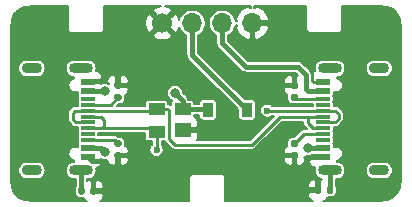
<source format=gtl>
G04 #@! TF.GenerationSoftware,KiCad,Pcbnew,(5.1.10)-1*
G04 #@! TF.CreationDate,2021-10-03T11:45:08+02:00*
G04 #@! TF.ProjectId,PPK2-USB_C-Adapter_v1.0,50504b32-2d55-4534-925f-432d41646170,1.0*
G04 #@! TF.SameCoordinates,Original*
G04 #@! TF.FileFunction,Copper,L1,Top*
G04 #@! TF.FilePolarity,Positive*
%FSLAX46Y46*%
G04 Gerber Fmt 4.6, Leading zero omitted, Abs format (unit mm)*
G04 Created by KiCad (PCBNEW (5.1.10)-1) date 2021-10-03 11:45:08*
%MOMM*%
%LPD*%
G01*
G04 APERTURE LIST*
G04 #@! TA.AperFunction,ComponentPad*
%ADD10C,1.700000*%
G04 #@! TD*
G04 #@! TA.AperFunction,ComponentPad*
%ADD11O,1.700000X1.700000*%
G04 #@! TD*
G04 #@! TA.AperFunction,SMDPad,CuDef*
%ADD12R,1.160000X0.600000*%
G04 #@! TD*
G04 #@! TA.AperFunction,SMDPad,CuDef*
%ADD13R,1.160000X0.300000*%
G04 #@! TD*
G04 #@! TA.AperFunction,ComponentPad*
%ADD14O,1.700000X0.900000*%
G04 #@! TD*
G04 #@! TA.AperFunction,ComponentPad*
%ADD15O,2.000000X0.900000*%
G04 #@! TD*
G04 #@! TA.AperFunction,SMDPad,CuDef*
%ADD16R,1.400000X1.200000*%
G04 #@! TD*
G04 #@! TA.AperFunction,SMDPad,CuDef*
%ADD17R,1.400000X1.000000*%
G04 #@! TD*
G04 #@! TA.AperFunction,SMDPad,CuDef*
%ADD18R,0.900000X1.200000*%
G04 #@! TD*
G04 #@! TA.AperFunction,ViaPad*
%ADD19C,0.800000*%
G04 #@! TD*
G04 #@! TA.AperFunction,ViaPad*
%ADD20C,0.600000*%
G04 #@! TD*
G04 #@! TA.AperFunction,Conductor*
%ADD21C,0.250000*%
G04 #@! TD*
G04 #@! TA.AperFunction,Conductor*
%ADD22C,0.400000*%
G04 #@! TD*
G04 #@! TA.AperFunction,Conductor*
%ADD23C,0.200000*%
G04 #@! TD*
G04 #@! TA.AperFunction,Conductor*
%ADD24C,0.100000*%
G04 #@! TD*
G04 APERTURE END LIST*
D10*
X119062500Y-82423000D03*
D11*
X121602500Y-82423000D03*
X124142500Y-82423000D03*
X126682500Y-82423000D03*
D12*
X132676420Y-87371320D03*
X132676420Y-88171320D03*
X132676420Y-87371320D03*
X132676420Y-88171320D03*
X132676420Y-93771320D03*
X132676420Y-93771320D03*
X132676420Y-92971320D03*
X132676420Y-92971320D03*
D13*
X132676420Y-88821320D03*
X132676420Y-89821320D03*
X132676420Y-89321320D03*
X132676420Y-91821320D03*
X132676420Y-92321320D03*
X132676420Y-90321320D03*
X132676420Y-90821320D03*
X132676420Y-91321320D03*
D14*
X137426420Y-86251320D03*
X137426420Y-94891320D03*
D15*
X133256420Y-86251320D03*
X133256420Y-94891320D03*
X112186320Y-86251320D03*
X112186320Y-94891320D03*
D14*
X108016320Y-86251320D03*
X108016320Y-94891320D03*
D13*
X112766320Y-89821320D03*
X112766320Y-90321320D03*
X112766320Y-90821320D03*
X112766320Y-88821320D03*
X112766320Y-89321320D03*
X112766320Y-91821320D03*
X112766320Y-91321320D03*
X112766320Y-92321320D03*
D12*
X112766320Y-88171320D03*
X112766320Y-88171320D03*
X112766320Y-87371320D03*
X112766320Y-87371320D03*
X112766320Y-92971320D03*
X112766320Y-93771320D03*
X112766320Y-92971320D03*
X112766320Y-93771320D03*
D16*
X120767020Y-91442920D03*
D17*
X120767020Y-89722920D03*
X118567020Y-89722920D03*
X118567020Y-91622920D03*
D18*
X126239540Y-89758520D03*
X122939540Y-89758520D03*
G04 #@! TA.AperFunction,SMDPad,CuDef*
G36*
G01*
X111937580Y-96804060D02*
X111937580Y-96434060D01*
G75*
G02*
X112072580Y-96299060I135000J0D01*
G01*
X112342580Y-96299060D01*
G75*
G02*
X112477580Y-96434060I0J-135000D01*
G01*
X112477580Y-96804060D01*
G75*
G02*
X112342580Y-96939060I-135000J0D01*
G01*
X112072580Y-96939060D01*
G75*
G02*
X111937580Y-96804060I0J135000D01*
G01*
G37*
G04 #@! TD.AperFunction*
G04 #@! TA.AperFunction,SMDPad,CuDef*
G36*
G01*
X112957580Y-96804060D02*
X112957580Y-96434060D01*
G75*
G02*
X113092580Y-96299060I135000J0D01*
G01*
X113362580Y-96299060D01*
G75*
G02*
X113497580Y-96434060I0J-135000D01*
G01*
X113497580Y-96804060D01*
G75*
G02*
X113362580Y-96939060I-135000J0D01*
G01*
X113092580Y-96939060D01*
G75*
G02*
X112957580Y-96804060I0J135000D01*
G01*
G37*
G04 #@! TD.AperFunction*
G04 #@! TA.AperFunction,SMDPad,CuDef*
G36*
G01*
X115113220Y-93356400D02*
X115483220Y-93356400D01*
G75*
G02*
X115618220Y-93491400I0J-135000D01*
G01*
X115618220Y-93761400D01*
G75*
G02*
X115483220Y-93896400I-135000J0D01*
G01*
X115113220Y-93896400D01*
G75*
G02*
X114978220Y-93761400I0J135000D01*
G01*
X114978220Y-93491400D01*
G75*
G02*
X115113220Y-93356400I135000J0D01*
G01*
G37*
G04 #@! TD.AperFunction*
G04 #@! TA.AperFunction,SMDPad,CuDef*
G36*
G01*
X115113220Y-92336400D02*
X115483220Y-92336400D01*
G75*
G02*
X115618220Y-92471400I0J-135000D01*
G01*
X115618220Y-92741400D01*
G75*
G02*
X115483220Y-92876400I-135000J0D01*
G01*
X115113220Y-92876400D01*
G75*
G02*
X114978220Y-92741400I0J135000D01*
G01*
X114978220Y-92471400D01*
G75*
G02*
X115113220Y-92336400I135000J0D01*
G01*
G37*
G04 #@! TD.AperFunction*
G04 #@! TA.AperFunction,SMDPad,CuDef*
G36*
G01*
X115483220Y-88971340D02*
X115113220Y-88971340D01*
G75*
G02*
X114978220Y-88836340I0J135000D01*
G01*
X114978220Y-88566340D01*
G75*
G02*
X115113220Y-88431340I135000J0D01*
G01*
X115483220Y-88431340D01*
G75*
G02*
X115618220Y-88566340I0J-135000D01*
G01*
X115618220Y-88836340D01*
G75*
G02*
X115483220Y-88971340I-135000J0D01*
G01*
G37*
G04 #@! TD.AperFunction*
G04 #@! TA.AperFunction,SMDPad,CuDef*
G36*
G01*
X115483220Y-87951340D02*
X115113220Y-87951340D01*
G75*
G02*
X114978220Y-87816340I0J135000D01*
G01*
X114978220Y-87546340D01*
G75*
G02*
X115113220Y-87411340I135000J0D01*
G01*
X115483220Y-87411340D01*
G75*
G02*
X115618220Y-87546340I0J-135000D01*
G01*
X115618220Y-87816340D01*
G75*
G02*
X115483220Y-87951340I-135000J0D01*
G01*
G37*
G04 #@! TD.AperFunction*
G04 #@! TA.AperFunction,SMDPad,CuDef*
G36*
G01*
X130068740Y-93356400D02*
X130438740Y-93356400D01*
G75*
G02*
X130573740Y-93491400I0J-135000D01*
G01*
X130573740Y-93761400D01*
G75*
G02*
X130438740Y-93896400I-135000J0D01*
G01*
X130068740Y-93896400D01*
G75*
G02*
X129933740Y-93761400I0J135000D01*
G01*
X129933740Y-93491400D01*
G75*
G02*
X130068740Y-93356400I135000J0D01*
G01*
G37*
G04 #@! TD.AperFunction*
G04 #@! TA.AperFunction,SMDPad,CuDef*
G36*
G01*
X130068740Y-92336400D02*
X130438740Y-92336400D01*
G75*
G02*
X130573740Y-92471400I0J-135000D01*
G01*
X130573740Y-92741400D01*
G75*
G02*
X130438740Y-92876400I-135000J0D01*
G01*
X130068740Y-92876400D01*
G75*
G02*
X129933740Y-92741400I0J135000D01*
G01*
X129933740Y-92471400D01*
G75*
G02*
X130068740Y-92336400I135000J0D01*
G01*
G37*
G04 #@! TD.AperFunction*
G04 #@! TA.AperFunction,SMDPad,CuDef*
G36*
G01*
X130438740Y-88971340D02*
X130068740Y-88971340D01*
G75*
G02*
X129933740Y-88836340I0J135000D01*
G01*
X129933740Y-88566340D01*
G75*
G02*
X130068740Y-88431340I135000J0D01*
G01*
X130438740Y-88431340D01*
G75*
G02*
X130573740Y-88566340I0J-135000D01*
G01*
X130573740Y-88836340D01*
G75*
G02*
X130438740Y-88971340I-135000J0D01*
G01*
G37*
G04 #@! TD.AperFunction*
G04 #@! TA.AperFunction,SMDPad,CuDef*
G36*
G01*
X130438740Y-87951340D02*
X130068740Y-87951340D01*
G75*
G02*
X129933740Y-87816340I0J135000D01*
G01*
X129933740Y-87546340D01*
G75*
G02*
X130068740Y-87411340I135000J0D01*
G01*
X130438740Y-87411340D01*
G75*
G02*
X130573740Y-87546340I0J-135000D01*
G01*
X130573740Y-87816340D01*
G75*
G02*
X130438740Y-87951340I-135000J0D01*
G01*
G37*
G04 #@! TD.AperFunction*
G04 #@! TA.AperFunction,SMDPad,CuDef*
G36*
G01*
X132513100Y-96370560D02*
X132513100Y-96740560D01*
G75*
G02*
X132378100Y-96875560I-135000J0D01*
G01*
X132108100Y-96875560D01*
G75*
G02*
X131973100Y-96740560I0J135000D01*
G01*
X131973100Y-96370560D01*
G75*
G02*
X132108100Y-96235560I135000J0D01*
G01*
X132378100Y-96235560D01*
G75*
G02*
X132513100Y-96370560I0J-135000D01*
G01*
G37*
G04 #@! TD.AperFunction*
G04 #@! TA.AperFunction,SMDPad,CuDef*
G36*
G01*
X133533100Y-96370560D02*
X133533100Y-96740560D01*
G75*
G02*
X133398100Y-96875560I-135000J0D01*
G01*
X133128100Y-96875560D01*
G75*
G02*
X132993100Y-96740560I0J135000D01*
G01*
X132993100Y-96370560D01*
G75*
G02*
X133128100Y-96235560I135000J0D01*
G01*
X133398100Y-96235560D01*
G75*
G02*
X133533100Y-96370560I0J-135000D01*
G01*
G37*
G04 #@! TD.AperFunction*
D19*
X129032000Y-88646000D03*
X130048000Y-91313000D03*
X114187940Y-88171320D03*
X114170460Y-93304360D03*
X120134380Y-88343740D03*
D20*
X127921320Y-89821320D03*
X118567020Y-93141620D03*
D19*
X131398980Y-92971320D03*
D21*
X131708390Y-87233290D02*
X131708390Y-85988390D01*
X131846420Y-87371320D02*
X131708390Y-87233290D01*
X132676420Y-87371320D02*
X131846420Y-87371320D01*
D22*
X113099361Y-94104361D02*
X114043361Y-94104361D01*
X112766320Y-93771320D02*
X113099361Y-94104361D01*
X114043361Y-94104361D02*
X114300000Y-94361000D01*
X122903940Y-89722920D02*
X122939540Y-89758520D01*
X120767020Y-89722920D02*
X122903940Y-89722920D01*
X112766320Y-88171320D02*
X114187940Y-88171320D01*
X114187940Y-88171320D02*
X114187940Y-88171320D01*
X112766320Y-92971320D02*
X113837420Y-92971320D01*
X113837420Y-92971320D02*
X114170460Y-93304360D01*
X114170460Y-93304360D02*
X114170460Y-93304360D01*
X120767020Y-89722920D02*
X120767020Y-88976380D01*
X120767020Y-88976380D02*
X120134380Y-88343740D01*
X120134380Y-88343740D02*
X120134380Y-88343740D01*
D21*
X112766320Y-89821320D02*
X111702280Y-89821320D01*
X111702280Y-89821320D02*
X111506000Y-90017600D01*
X111506000Y-90017600D02*
X111506000Y-90576400D01*
X111750920Y-90821320D02*
X112766320Y-90821320D01*
X111506000Y-90576400D02*
X111750920Y-90821320D01*
X118468620Y-89821320D02*
X118567020Y-89722920D01*
X112766320Y-89821320D02*
X118468620Y-89821320D01*
X119517020Y-89722920D02*
X119634000Y-89839900D01*
X118567020Y-89722920D02*
X119517020Y-89722920D01*
X119634000Y-89839900D02*
X119634000Y-92227400D01*
X119634000Y-92227400D02*
X120116600Y-92710000D01*
X120116600Y-92710000D02*
X126619000Y-92710000D01*
X126619000Y-92710000D02*
X129007680Y-90321320D01*
X131846420Y-91321320D02*
X131393120Y-90868020D01*
X132676420Y-91321320D02*
X131846420Y-91321320D01*
X131393120Y-90868020D02*
X131393120Y-90321320D01*
X131393120Y-90321320D02*
X132676420Y-90321320D01*
X129007680Y-90321320D02*
X131393120Y-90321320D01*
X112766320Y-90321320D02*
X113867120Y-90321320D01*
X113867120Y-90321320D02*
X114147600Y-90601800D01*
X114147600Y-90601800D02*
X114147600Y-91135200D01*
X113961480Y-91321320D02*
X112766320Y-91321320D01*
X114147600Y-91135200D02*
X113961480Y-91321320D01*
X118265420Y-91321320D02*
X118567020Y-91622920D01*
X113961480Y-91321320D02*
X118265420Y-91321320D01*
X132676420Y-90821320D02*
X133663880Y-90821320D01*
X133663880Y-90821320D02*
X133985000Y-90500200D01*
X133985000Y-90500200D02*
X133985000Y-90093800D01*
X133712520Y-89821320D02*
X132676420Y-89821320D01*
X133985000Y-90093800D02*
X133712520Y-89821320D01*
X132676420Y-89821320D02*
X127921320Y-89821320D01*
X127921320Y-89821320D02*
X127921320Y-89821320D01*
X118567020Y-91622920D02*
X118567020Y-93141620D01*
X118567020Y-93141620D02*
X118567020Y-93141620D01*
D22*
X126239540Y-89758520D02*
X126232920Y-89758520D01*
X121602500Y-85128100D02*
X121602500Y-82423000D01*
X126232920Y-89758520D02*
X121602500Y-85128100D01*
X112207580Y-94912580D02*
X112186320Y-94891320D01*
X112207580Y-96619060D02*
X112207580Y-94912580D01*
D21*
X114678240Y-89321320D02*
X115298220Y-88701340D01*
X112766320Y-89321320D02*
X114678240Y-89321320D01*
X112775680Y-91821320D02*
X112776000Y-91821000D01*
X112766320Y-91821320D02*
X112775680Y-91821320D01*
X115038139Y-92346319D02*
X115298220Y-92606400D01*
X112818719Y-92346319D02*
X115038139Y-92346319D01*
X112793720Y-92321320D02*
X112818719Y-92346319D01*
X112766320Y-92321320D02*
X112793720Y-92321320D01*
D22*
X132676420Y-92971320D02*
X131398980Y-92971320D01*
X131398980Y-92971320D02*
X131398980Y-92971320D01*
X132676420Y-88171320D02*
X131361480Y-88171320D01*
X131361480Y-88171320D02*
X131183380Y-87993220D01*
X131183380Y-87993220D02*
X131183380Y-86774020D01*
X131183380Y-86774020D02*
X130510280Y-86100920D01*
X130510280Y-86100920D02*
X126121160Y-86100920D01*
X124142500Y-84122260D02*
X124142500Y-82423000D01*
X126121160Y-86100920D02*
X124142500Y-84122260D01*
D21*
X130373720Y-88821320D02*
X132676420Y-88821320D01*
X130253740Y-88701340D02*
X130373720Y-88821320D01*
X131038820Y-91821320D02*
X132676420Y-91821320D01*
X130253740Y-92606400D02*
X131038820Y-91821320D01*
D22*
X133263100Y-94898000D02*
X133256420Y-94891320D01*
X133263100Y-96555560D02*
X133263100Y-94898000D01*
D23*
X111054000Y-82915039D02*
X111052428Y-82931000D01*
X111058703Y-82994711D01*
X111077287Y-83055974D01*
X111107465Y-83112434D01*
X111142218Y-83154779D01*
X111148079Y-83161921D01*
X111197566Y-83202535D01*
X111254026Y-83232713D01*
X111315289Y-83251297D01*
X111379000Y-83257572D01*
X111394960Y-83256000D01*
X113776040Y-83256000D01*
X113792000Y-83257572D01*
X113855711Y-83251297D01*
X113916974Y-83232713D01*
X113973434Y-83202535D01*
X114022921Y-83161921D01*
X114063535Y-83112434D01*
X114093713Y-83055974D01*
X114112297Y-82994711D01*
X114117000Y-82946961D01*
X114117000Y-82946960D01*
X114118572Y-82931000D01*
X114117000Y-82915039D01*
X114117000Y-82519681D01*
X117600638Y-82519681D01*
X117647589Y-82803018D01*
X117748913Y-83071752D01*
X117793293Y-83154779D01*
X118031543Y-83236168D01*
X118844711Y-82423000D01*
X119280289Y-82423000D01*
X120093457Y-83236168D01*
X120331707Y-83154779D01*
X120450083Y-82893109D01*
X120489642Y-82722993D01*
X120496694Y-82758443D01*
X120583384Y-82967729D01*
X120709237Y-83156082D01*
X120869418Y-83316263D01*
X121057771Y-83442116D01*
X121102501Y-83460644D01*
X121102500Y-85103540D01*
X121100081Y-85128100D01*
X121102500Y-85152659D01*
X121109735Y-85226116D01*
X121138325Y-85320366D01*
X121184754Y-85407229D01*
X121247236Y-85483364D01*
X121266324Y-85499029D01*
X125488089Y-89720796D01*
X125488089Y-90358520D01*
X125493881Y-90417330D01*
X125511036Y-90473880D01*
X125538893Y-90525997D01*
X125576382Y-90571678D01*
X125622063Y-90609167D01*
X125674180Y-90637024D01*
X125730730Y-90654179D01*
X125789540Y-90659971D01*
X126689540Y-90659971D01*
X126748350Y-90654179D01*
X126804900Y-90637024D01*
X126857017Y-90609167D01*
X126902698Y-90571678D01*
X126940187Y-90525997D01*
X126968044Y-90473880D01*
X126985199Y-90417330D01*
X126990991Y-90358520D01*
X126990991Y-89158520D01*
X126985199Y-89099710D01*
X126968044Y-89043160D01*
X126940187Y-88991043D01*
X126902698Y-88945362D01*
X126857017Y-88907873D01*
X126804900Y-88880016D01*
X126748350Y-88862861D01*
X126689540Y-88857069D01*
X126038576Y-88857069D01*
X124556847Y-87375340D01*
X129325740Y-87375340D01*
X129477740Y-87527340D01*
X130099740Y-87527340D01*
X130099740Y-86955340D01*
X129947740Y-86803340D01*
X129831878Y-86808950D01*
X129716315Y-86840397D01*
X129609107Y-86893785D01*
X129514375Y-86967062D01*
X129435758Y-87057413D01*
X129376279Y-87161365D01*
X129338223Y-87274923D01*
X129325740Y-87375340D01*
X124556847Y-87375340D01*
X122102500Y-84920995D01*
X122102500Y-83460644D01*
X122147229Y-83442116D01*
X122335582Y-83316263D01*
X122495763Y-83156082D01*
X122621616Y-82967729D01*
X122708306Y-82758443D01*
X122752500Y-82536265D01*
X122752500Y-82309735D01*
X122708306Y-82087557D01*
X122621616Y-81878271D01*
X122495763Y-81689918D01*
X122335582Y-81529737D01*
X122147229Y-81403884D01*
X121937943Y-81317194D01*
X121715765Y-81273000D01*
X121489235Y-81273000D01*
X121267057Y-81317194D01*
X121057771Y-81403884D01*
X120869418Y-81529737D01*
X120709237Y-81689918D01*
X120583384Y-81878271D01*
X120496694Y-82087557D01*
X120490204Y-82120184D01*
X120477411Y-82042982D01*
X120376087Y-81774248D01*
X120331707Y-81691221D01*
X120093457Y-81609832D01*
X119280289Y-82423000D01*
X118844711Y-82423000D01*
X118031543Y-81609832D01*
X117793293Y-81691221D01*
X117674917Y-81952891D01*
X117609866Y-82232628D01*
X117600638Y-82519681D01*
X114117000Y-82519681D01*
X114117000Y-80970000D01*
X118912339Y-80970000D01*
X118682482Y-81008089D01*
X118413748Y-81109413D01*
X118330721Y-81153793D01*
X118249332Y-81392043D01*
X119062500Y-82205211D01*
X119875668Y-81392043D01*
X119794279Y-81153793D01*
X119532609Y-81035417D01*
X119252872Y-80970366D01*
X119241487Y-80970000D01*
X126528498Y-80970000D01*
X126528498Y-81126110D01*
X126303590Y-81015097D01*
X126215361Y-81041854D01*
X125954889Y-81159527D01*
X125722378Y-81325754D01*
X125526764Y-81534148D01*
X125375565Y-81776700D01*
X125274591Y-82044089D01*
X125384649Y-82268998D01*
X125284397Y-82268998D01*
X125248306Y-82087557D01*
X125161616Y-81878271D01*
X125035763Y-81689918D01*
X124875582Y-81529737D01*
X124687229Y-81403884D01*
X124477943Y-81317194D01*
X124255765Y-81273000D01*
X124029235Y-81273000D01*
X123807057Y-81317194D01*
X123597771Y-81403884D01*
X123409418Y-81529737D01*
X123249237Y-81689918D01*
X123123384Y-81878271D01*
X123036694Y-82087557D01*
X122992500Y-82309735D01*
X122992500Y-82536265D01*
X123036694Y-82758443D01*
X123123384Y-82967729D01*
X123249237Y-83156082D01*
X123409418Y-83316263D01*
X123597771Y-83442116D01*
X123642500Y-83460644D01*
X123642500Y-84097700D01*
X123640081Y-84122260D01*
X123642500Y-84146819D01*
X123649735Y-84220276D01*
X123678325Y-84314526D01*
X123724754Y-84401389D01*
X123787236Y-84477524D01*
X123806324Y-84493189D01*
X125750239Y-86437106D01*
X125765896Y-86456184D01*
X125842031Y-86518666D01*
X125928893Y-86565095D01*
X126023143Y-86593685D01*
X126121160Y-86603339D01*
X126145720Y-86600920D01*
X130303175Y-86600920D01*
X130532667Y-86830413D01*
X130407740Y-86955340D01*
X130407740Y-87527340D01*
X130427740Y-87527340D01*
X130427740Y-87835340D01*
X130407740Y-87835340D01*
X130407740Y-87855340D01*
X130099740Y-87855340D01*
X130099740Y-87835340D01*
X129477740Y-87835340D01*
X129325740Y-87987340D01*
X129338223Y-88087757D01*
X129376279Y-88201315D01*
X129435758Y-88305267D01*
X129514375Y-88395618D01*
X129609107Y-88468895D01*
X129640354Y-88484455D01*
X129632289Y-88566340D01*
X129632289Y-88836340D01*
X129640675Y-88921487D01*
X129665512Y-89003363D01*
X129705844Y-89078819D01*
X129760123Y-89144957D01*
X129826261Y-89199236D01*
X129901717Y-89239568D01*
X129983593Y-89264405D01*
X130068740Y-89272791D01*
X130438740Y-89272791D01*
X130523887Y-89264405D01*
X130583505Y-89246320D01*
X131794969Y-89246320D01*
X131794969Y-89396320D01*
X128344848Y-89396320D01*
X128303798Y-89355270D01*
X128205527Y-89289607D01*
X128096334Y-89244378D01*
X127980415Y-89221320D01*
X127862225Y-89221320D01*
X127746306Y-89244378D01*
X127637113Y-89289607D01*
X127538842Y-89355270D01*
X127455270Y-89438842D01*
X127389607Y-89537113D01*
X127344378Y-89646306D01*
X127321320Y-89762225D01*
X127321320Y-89880415D01*
X127344378Y-89996334D01*
X127389607Y-90105527D01*
X127455270Y-90203798D01*
X127538842Y-90287370D01*
X127637113Y-90353033D01*
X127746306Y-90398262D01*
X127862225Y-90421320D01*
X127980415Y-90421320D01*
X128096334Y-90398262D01*
X128205527Y-90353033D01*
X128303798Y-90287370D01*
X128344848Y-90246320D01*
X128481640Y-90246320D01*
X126442960Y-92285000D01*
X122027030Y-92285000D01*
X122031457Y-92276717D01*
X122066223Y-92162109D01*
X122077962Y-92042920D01*
X122075020Y-91748920D01*
X121923020Y-91596920D01*
X120921020Y-91596920D01*
X120921020Y-91616920D01*
X120613020Y-91616920D01*
X120613020Y-91596920D01*
X120593020Y-91596920D01*
X120593020Y-91288920D01*
X120613020Y-91288920D01*
X120613020Y-91268920D01*
X120921020Y-91268920D01*
X120921020Y-91288920D01*
X121923020Y-91288920D01*
X122075020Y-91136920D01*
X122077962Y-90842920D01*
X122066223Y-90723731D01*
X122031457Y-90609123D01*
X121975000Y-90503499D01*
X121899021Y-90410919D01*
X121806441Y-90334940D01*
X121754895Y-90307388D01*
X121762679Y-90281730D01*
X121768471Y-90222920D01*
X122188089Y-90222920D01*
X122188089Y-90358520D01*
X122193881Y-90417330D01*
X122211036Y-90473880D01*
X122238893Y-90525997D01*
X122276382Y-90571678D01*
X122322063Y-90609167D01*
X122374180Y-90637024D01*
X122430730Y-90654179D01*
X122489540Y-90659971D01*
X123389540Y-90659971D01*
X123448350Y-90654179D01*
X123504900Y-90637024D01*
X123557017Y-90609167D01*
X123602698Y-90571678D01*
X123640187Y-90525997D01*
X123668044Y-90473880D01*
X123685199Y-90417330D01*
X123690991Y-90358520D01*
X123690991Y-89158520D01*
X123685199Y-89099710D01*
X123668044Y-89043160D01*
X123640187Y-88991043D01*
X123602698Y-88945362D01*
X123557017Y-88907873D01*
X123504900Y-88880016D01*
X123448350Y-88862861D01*
X123389540Y-88857069D01*
X122489540Y-88857069D01*
X122430730Y-88862861D01*
X122374180Y-88880016D01*
X122322063Y-88907873D01*
X122276382Y-88945362D01*
X122238893Y-88991043D01*
X122211036Y-89043160D01*
X122193881Y-89099710D01*
X122188089Y-89158520D01*
X122188089Y-89222920D01*
X121768471Y-89222920D01*
X121762679Y-89164110D01*
X121745524Y-89107560D01*
X121717667Y-89055443D01*
X121680178Y-89009762D01*
X121634497Y-88972273D01*
X121582380Y-88944416D01*
X121525830Y-88927261D01*
X121467020Y-88921469D01*
X121264031Y-88921469D01*
X121259785Y-88878363D01*
X121231195Y-88784113D01*
X121184766Y-88697251D01*
X121122284Y-88621116D01*
X121103201Y-88605455D01*
X120834380Y-88336634D01*
X120834380Y-88274796D01*
X120807479Y-88139558D01*
X120754712Y-88012166D01*
X120678106Y-87897516D01*
X120580604Y-87800014D01*
X120465954Y-87723408D01*
X120338562Y-87670641D01*
X120203324Y-87643740D01*
X120065436Y-87643740D01*
X119930198Y-87670641D01*
X119802806Y-87723408D01*
X119688156Y-87800014D01*
X119590654Y-87897516D01*
X119514048Y-88012166D01*
X119461281Y-88139558D01*
X119434380Y-88274796D01*
X119434380Y-88412684D01*
X119461281Y-88547922D01*
X119514048Y-88675314D01*
X119590654Y-88789964D01*
X119688156Y-88887466D01*
X119802806Y-88964072D01*
X119873736Y-88993452D01*
X119853862Y-89009762D01*
X119816373Y-89055443D01*
X119788516Y-89107560D01*
X119771361Y-89164110D01*
X119765569Y-89222920D01*
X119765569Y-89377101D01*
X119754280Y-89367836D01*
X119680447Y-89328372D01*
X119600334Y-89304070D01*
X119568471Y-89300932D01*
X119568471Y-89222920D01*
X119562679Y-89164110D01*
X119545524Y-89107560D01*
X119517667Y-89055443D01*
X119480178Y-89009762D01*
X119434497Y-88972273D01*
X119382380Y-88944416D01*
X119325830Y-88927261D01*
X119267020Y-88921469D01*
X117867020Y-88921469D01*
X117808210Y-88927261D01*
X117751660Y-88944416D01*
X117699543Y-88972273D01*
X117653862Y-89009762D01*
X117616373Y-89055443D01*
X117588516Y-89107560D01*
X117571361Y-89164110D01*
X117565569Y-89222920D01*
X117565569Y-89396320D01*
X115204280Y-89396320D01*
X115327810Y-89272791D01*
X115483220Y-89272791D01*
X115568367Y-89264405D01*
X115650243Y-89239568D01*
X115725699Y-89199236D01*
X115791837Y-89144957D01*
X115846116Y-89078819D01*
X115886448Y-89003363D01*
X115911285Y-88921487D01*
X115919671Y-88836340D01*
X115919671Y-88566340D01*
X115911606Y-88484455D01*
X115942853Y-88468895D01*
X116037585Y-88395618D01*
X116116202Y-88305267D01*
X116175681Y-88201315D01*
X116213737Y-88087757D01*
X116226220Y-87987340D01*
X116074220Y-87835340D01*
X115452220Y-87835340D01*
X115452220Y-87855340D01*
X115144220Y-87855340D01*
X115144220Y-87835340D01*
X115124220Y-87835340D01*
X115124220Y-87527340D01*
X115144220Y-87527340D01*
X115144220Y-86955340D01*
X115452220Y-86955340D01*
X115452220Y-87527340D01*
X116074220Y-87527340D01*
X116226220Y-87375340D01*
X116213737Y-87274923D01*
X116175681Y-87161365D01*
X116116202Y-87057413D01*
X116037585Y-86967062D01*
X115942853Y-86893785D01*
X115835645Y-86840397D01*
X115720082Y-86808950D01*
X115604220Y-86803340D01*
X115452220Y-86955340D01*
X115144220Y-86955340D01*
X114992220Y-86803340D01*
X114876358Y-86808950D01*
X114760795Y-86840397D01*
X114653587Y-86893785D01*
X114558855Y-86967062D01*
X114480238Y-87057413D01*
X114420759Y-87161365D01*
X114382703Y-87274923D01*
X114370220Y-87375340D01*
X114522218Y-87527338D01*
X114462417Y-87527338D01*
X114392122Y-87498221D01*
X114256884Y-87471320D01*
X114118996Y-87471320D01*
X113983758Y-87498221D01*
X113856366Y-87550988D01*
X113839355Y-87562355D01*
X113802320Y-87525320D01*
X112920320Y-87525320D01*
X112920320Y-87545320D01*
X112612320Y-87545320D01*
X112612320Y-87525320D01*
X112592320Y-87525320D01*
X112592320Y-87217320D01*
X112612320Y-87217320D01*
X112612320Y-87197320D01*
X112920320Y-87197320D01*
X112920320Y-87217320D01*
X113802320Y-87217320D01*
X113954320Y-87065320D01*
X113945115Y-86950098D01*
X113909960Y-86835608D01*
X113853145Y-86730177D01*
X113776853Y-86637855D01*
X113684015Y-86562191D01*
X113578201Y-86506093D01*
X113463475Y-86471716D01*
X113453498Y-86470768D01*
X113475467Y-86398346D01*
X113489948Y-86251320D01*
X113475467Y-86104294D01*
X113432581Y-85962919D01*
X113362939Y-85832627D01*
X113269215Y-85718425D01*
X113155013Y-85624701D01*
X113024721Y-85555059D01*
X112883346Y-85512173D01*
X112773155Y-85501320D01*
X111599485Y-85501320D01*
X111489294Y-85512173D01*
X111347919Y-85555059D01*
X111217627Y-85624701D01*
X111103425Y-85718425D01*
X111009701Y-85832627D01*
X110940059Y-85962919D01*
X110897173Y-86104294D01*
X110882692Y-86251320D01*
X110897173Y-86398346D01*
X110940059Y-86539721D01*
X111009701Y-86670013D01*
X111103425Y-86784215D01*
X111217627Y-86877939D01*
X111347919Y-86947581D01*
X111489294Y-86990467D01*
X111583558Y-86999751D01*
X111578320Y-87065320D01*
X111603098Y-87090098D01*
X111531306Y-87104378D01*
X111422113Y-87149607D01*
X111323842Y-87215270D01*
X111240270Y-87298842D01*
X111174607Y-87397113D01*
X111129378Y-87506306D01*
X111106320Y-87622225D01*
X111106320Y-87740415D01*
X111129378Y-87856334D01*
X111174607Y-87965527D01*
X111240270Y-88063798D01*
X111323842Y-88147370D01*
X111422113Y-88213033D01*
X111531306Y-88258262D01*
X111647225Y-88281320D01*
X111765415Y-88281320D01*
X111881334Y-88258262D01*
X111884869Y-88256798D01*
X111884869Y-88471320D01*
X111890661Y-88530130D01*
X111903156Y-88571320D01*
X111890661Y-88612510D01*
X111884869Y-88671320D01*
X111884869Y-88971320D01*
X111890661Y-89030130D01*
X111903156Y-89071320D01*
X111890661Y-89112510D01*
X111884869Y-89171320D01*
X111884869Y-89396320D01*
X111723147Y-89396320D01*
X111702280Y-89394265D01*
X111681413Y-89396320D01*
X111681406Y-89396320D01*
X111626607Y-89401717D01*
X111618965Y-89402470D01*
X111538852Y-89426772D01*
X111519779Y-89436967D01*
X111465020Y-89466236D01*
X111400306Y-89519346D01*
X111386996Y-89535564D01*
X111220244Y-89702316D01*
X111204026Y-89715626D01*
X111150916Y-89780341D01*
X111111452Y-89854174D01*
X111099730Y-89892816D01*
X111088338Y-89930372D01*
X111087150Y-89934287D01*
X111081000Y-89996727D01*
X111081000Y-89996733D01*
X111078945Y-90017600D01*
X111081000Y-90038467D01*
X111081001Y-90555524D01*
X111078945Y-90576400D01*
X111087150Y-90659714D01*
X111101842Y-90708145D01*
X111111453Y-90739827D01*
X111150917Y-90813660D01*
X111204027Y-90878374D01*
X111220239Y-90891679D01*
X111435636Y-91107076D01*
X111448946Y-91123294D01*
X111513660Y-91176404D01*
X111587493Y-91215868D01*
X111643303Y-91232798D01*
X111667605Y-91240170D01*
X111676018Y-91240999D01*
X111730046Y-91246320D01*
X111730052Y-91246320D01*
X111750919Y-91248375D01*
X111771786Y-91246320D01*
X111884869Y-91246320D01*
X111884869Y-91471320D01*
X111890661Y-91530130D01*
X111903156Y-91571320D01*
X111890661Y-91612510D01*
X111884869Y-91671320D01*
X111884869Y-91971320D01*
X111890661Y-92030130D01*
X111903156Y-92071320D01*
X111890661Y-92112510D01*
X111884869Y-92171320D01*
X111884869Y-92471320D01*
X111890661Y-92530130D01*
X111903156Y-92571320D01*
X111890661Y-92612510D01*
X111884869Y-92671320D01*
X111884869Y-92885842D01*
X111881334Y-92884378D01*
X111765415Y-92861320D01*
X111647225Y-92861320D01*
X111531306Y-92884378D01*
X111422113Y-92929607D01*
X111323842Y-92995270D01*
X111240270Y-93078842D01*
X111174607Y-93177113D01*
X111129378Y-93286306D01*
X111106320Y-93402225D01*
X111106320Y-93520415D01*
X111129378Y-93636334D01*
X111174607Y-93745527D01*
X111240270Y-93843798D01*
X111323842Y-93927370D01*
X111422113Y-93993033D01*
X111531306Y-94038262D01*
X111603098Y-94052542D01*
X111578320Y-94077320D01*
X111583558Y-94142889D01*
X111489294Y-94152173D01*
X111347919Y-94195059D01*
X111217627Y-94264701D01*
X111103425Y-94358425D01*
X111009701Y-94472627D01*
X110940059Y-94602919D01*
X110897173Y-94744294D01*
X110882692Y-94891320D01*
X110897173Y-95038346D01*
X110940059Y-95179721D01*
X111009701Y-95310013D01*
X111103425Y-95424215D01*
X111217627Y-95517939D01*
X111347919Y-95587581D01*
X111489294Y-95630467D01*
X111599485Y-95641320D01*
X111707581Y-95641320D01*
X111707580Y-96195517D01*
X111669352Y-96267037D01*
X111644515Y-96348913D01*
X111636129Y-96434060D01*
X111636129Y-96804060D01*
X111644515Y-96889207D01*
X111669352Y-96971083D01*
X111709684Y-97046539D01*
X111763963Y-97112677D01*
X111830101Y-97166956D01*
X111905557Y-97207288D01*
X111987433Y-97232125D01*
X112072580Y-97240511D01*
X112342580Y-97240511D01*
X112424465Y-97232446D01*
X112440025Y-97263693D01*
X112513302Y-97358425D01*
X112603653Y-97437042D01*
X112652515Y-97465000D01*
X107881938Y-97465000D01*
X107876658Y-97461385D01*
X107809389Y-97432554D01*
X107737801Y-97417338D01*
X107732594Y-97416790D01*
X107423839Y-97386516D01*
X107162042Y-97307475D01*
X106920588Y-97179092D01*
X106708665Y-97006251D01*
X106534349Y-96795539D01*
X106404285Y-96554990D01*
X106323418Y-96293755D01*
X106290989Y-95985215D01*
X106289842Y-95979629D01*
X106285603Y-95937888D01*
X106264208Y-95867899D01*
X106243000Y-95828344D01*
X106243000Y-94891320D01*
X106862692Y-94891320D01*
X106877173Y-95038346D01*
X106920059Y-95179721D01*
X106989701Y-95310013D01*
X107083425Y-95424215D01*
X107197627Y-95517939D01*
X107327919Y-95587581D01*
X107469294Y-95630467D01*
X107579485Y-95641320D01*
X108453155Y-95641320D01*
X108563346Y-95630467D01*
X108704721Y-95587581D01*
X108835013Y-95517939D01*
X108949215Y-95424215D01*
X109042939Y-95310013D01*
X109112581Y-95179721D01*
X109155467Y-95038346D01*
X109169948Y-94891320D01*
X109155467Y-94744294D01*
X109112581Y-94602919D01*
X109042939Y-94472627D01*
X108949215Y-94358425D01*
X108835013Y-94264701D01*
X108704721Y-94195059D01*
X108563346Y-94152173D01*
X108453155Y-94141320D01*
X107579485Y-94141320D01*
X107469294Y-94152173D01*
X107327919Y-94195059D01*
X107197627Y-94264701D01*
X107083425Y-94358425D01*
X106989701Y-94472627D01*
X106920059Y-94602919D01*
X106877173Y-94744294D01*
X106862692Y-94891320D01*
X106243000Y-94891320D01*
X106243000Y-86251320D01*
X106862692Y-86251320D01*
X106877173Y-86398346D01*
X106920059Y-86539721D01*
X106989701Y-86670013D01*
X107083425Y-86784215D01*
X107197627Y-86877939D01*
X107327919Y-86947581D01*
X107469294Y-86990467D01*
X107579485Y-87001320D01*
X108453155Y-87001320D01*
X108563346Y-86990467D01*
X108704721Y-86947581D01*
X108835013Y-86877939D01*
X108949215Y-86784215D01*
X109042939Y-86670013D01*
X109112581Y-86539721D01*
X109155467Y-86398346D01*
X109169948Y-86251320D01*
X109155467Y-86104294D01*
X109112581Y-85962919D01*
X109042939Y-85832627D01*
X108949215Y-85718425D01*
X108835013Y-85624701D01*
X108704721Y-85555059D01*
X108563346Y-85512173D01*
X108453155Y-85501320D01*
X107579485Y-85501320D01*
X107469294Y-85512173D01*
X107327919Y-85555059D01*
X107197627Y-85624701D01*
X107083425Y-85718425D01*
X106989701Y-85832627D01*
X106920059Y-85962919D01*
X106877173Y-86104294D01*
X106862692Y-86251320D01*
X106243000Y-86251320D01*
X106243000Y-83453957D01*
X118249332Y-83453957D01*
X118330721Y-83692207D01*
X118592391Y-83810583D01*
X118872128Y-83875634D01*
X119159181Y-83884862D01*
X119442518Y-83837911D01*
X119711252Y-83736587D01*
X119794279Y-83692207D01*
X119875668Y-83453957D01*
X119062500Y-82640789D01*
X118249332Y-83453957D01*
X106243000Y-83453957D01*
X106243000Y-82608938D01*
X106246615Y-82603658D01*
X106275446Y-82536389D01*
X106290662Y-82464801D01*
X106291210Y-82459594D01*
X106321484Y-82150840D01*
X106400525Y-81889042D01*
X106528907Y-81647590D01*
X106701747Y-81435667D01*
X106912460Y-81261349D01*
X107153016Y-81131282D01*
X107414246Y-81050418D01*
X107722785Y-81017989D01*
X107728371Y-81016842D01*
X107770112Y-81012603D01*
X107840101Y-80991208D01*
X107879656Y-80970000D01*
X111054001Y-80970000D01*
X111054000Y-82915039D01*
G04 #@! TA.AperFunction,Conductor*
D24*
G36*
X111054000Y-82915039D02*
G01*
X111052428Y-82931000D01*
X111058703Y-82994711D01*
X111077287Y-83055974D01*
X111107465Y-83112434D01*
X111142218Y-83154779D01*
X111148079Y-83161921D01*
X111197566Y-83202535D01*
X111254026Y-83232713D01*
X111315289Y-83251297D01*
X111379000Y-83257572D01*
X111394960Y-83256000D01*
X113776040Y-83256000D01*
X113792000Y-83257572D01*
X113855711Y-83251297D01*
X113916974Y-83232713D01*
X113973434Y-83202535D01*
X114022921Y-83161921D01*
X114063535Y-83112434D01*
X114093713Y-83055974D01*
X114112297Y-82994711D01*
X114117000Y-82946961D01*
X114117000Y-82946960D01*
X114118572Y-82931000D01*
X114117000Y-82915039D01*
X114117000Y-82519681D01*
X117600638Y-82519681D01*
X117647589Y-82803018D01*
X117748913Y-83071752D01*
X117793293Y-83154779D01*
X118031543Y-83236168D01*
X118844711Y-82423000D01*
X119280289Y-82423000D01*
X120093457Y-83236168D01*
X120331707Y-83154779D01*
X120450083Y-82893109D01*
X120489642Y-82722993D01*
X120496694Y-82758443D01*
X120583384Y-82967729D01*
X120709237Y-83156082D01*
X120869418Y-83316263D01*
X121057771Y-83442116D01*
X121102501Y-83460644D01*
X121102500Y-85103540D01*
X121100081Y-85128100D01*
X121102500Y-85152659D01*
X121109735Y-85226116D01*
X121138325Y-85320366D01*
X121184754Y-85407229D01*
X121247236Y-85483364D01*
X121266324Y-85499029D01*
X125488089Y-89720796D01*
X125488089Y-90358520D01*
X125493881Y-90417330D01*
X125511036Y-90473880D01*
X125538893Y-90525997D01*
X125576382Y-90571678D01*
X125622063Y-90609167D01*
X125674180Y-90637024D01*
X125730730Y-90654179D01*
X125789540Y-90659971D01*
X126689540Y-90659971D01*
X126748350Y-90654179D01*
X126804900Y-90637024D01*
X126857017Y-90609167D01*
X126902698Y-90571678D01*
X126940187Y-90525997D01*
X126968044Y-90473880D01*
X126985199Y-90417330D01*
X126990991Y-90358520D01*
X126990991Y-89158520D01*
X126985199Y-89099710D01*
X126968044Y-89043160D01*
X126940187Y-88991043D01*
X126902698Y-88945362D01*
X126857017Y-88907873D01*
X126804900Y-88880016D01*
X126748350Y-88862861D01*
X126689540Y-88857069D01*
X126038576Y-88857069D01*
X124556847Y-87375340D01*
X129325740Y-87375340D01*
X129477740Y-87527340D01*
X130099740Y-87527340D01*
X130099740Y-86955340D01*
X129947740Y-86803340D01*
X129831878Y-86808950D01*
X129716315Y-86840397D01*
X129609107Y-86893785D01*
X129514375Y-86967062D01*
X129435758Y-87057413D01*
X129376279Y-87161365D01*
X129338223Y-87274923D01*
X129325740Y-87375340D01*
X124556847Y-87375340D01*
X122102500Y-84920995D01*
X122102500Y-83460644D01*
X122147229Y-83442116D01*
X122335582Y-83316263D01*
X122495763Y-83156082D01*
X122621616Y-82967729D01*
X122708306Y-82758443D01*
X122752500Y-82536265D01*
X122752500Y-82309735D01*
X122708306Y-82087557D01*
X122621616Y-81878271D01*
X122495763Y-81689918D01*
X122335582Y-81529737D01*
X122147229Y-81403884D01*
X121937943Y-81317194D01*
X121715765Y-81273000D01*
X121489235Y-81273000D01*
X121267057Y-81317194D01*
X121057771Y-81403884D01*
X120869418Y-81529737D01*
X120709237Y-81689918D01*
X120583384Y-81878271D01*
X120496694Y-82087557D01*
X120490204Y-82120184D01*
X120477411Y-82042982D01*
X120376087Y-81774248D01*
X120331707Y-81691221D01*
X120093457Y-81609832D01*
X119280289Y-82423000D01*
X118844711Y-82423000D01*
X118031543Y-81609832D01*
X117793293Y-81691221D01*
X117674917Y-81952891D01*
X117609866Y-82232628D01*
X117600638Y-82519681D01*
X114117000Y-82519681D01*
X114117000Y-80970000D01*
X118912339Y-80970000D01*
X118682482Y-81008089D01*
X118413748Y-81109413D01*
X118330721Y-81153793D01*
X118249332Y-81392043D01*
X119062500Y-82205211D01*
X119875668Y-81392043D01*
X119794279Y-81153793D01*
X119532609Y-81035417D01*
X119252872Y-80970366D01*
X119241487Y-80970000D01*
X126528498Y-80970000D01*
X126528498Y-81126110D01*
X126303590Y-81015097D01*
X126215361Y-81041854D01*
X125954889Y-81159527D01*
X125722378Y-81325754D01*
X125526764Y-81534148D01*
X125375565Y-81776700D01*
X125274591Y-82044089D01*
X125384649Y-82268998D01*
X125284397Y-82268998D01*
X125248306Y-82087557D01*
X125161616Y-81878271D01*
X125035763Y-81689918D01*
X124875582Y-81529737D01*
X124687229Y-81403884D01*
X124477943Y-81317194D01*
X124255765Y-81273000D01*
X124029235Y-81273000D01*
X123807057Y-81317194D01*
X123597771Y-81403884D01*
X123409418Y-81529737D01*
X123249237Y-81689918D01*
X123123384Y-81878271D01*
X123036694Y-82087557D01*
X122992500Y-82309735D01*
X122992500Y-82536265D01*
X123036694Y-82758443D01*
X123123384Y-82967729D01*
X123249237Y-83156082D01*
X123409418Y-83316263D01*
X123597771Y-83442116D01*
X123642500Y-83460644D01*
X123642500Y-84097700D01*
X123640081Y-84122260D01*
X123642500Y-84146819D01*
X123649735Y-84220276D01*
X123678325Y-84314526D01*
X123724754Y-84401389D01*
X123787236Y-84477524D01*
X123806324Y-84493189D01*
X125750239Y-86437106D01*
X125765896Y-86456184D01*
X125842031Y-86518666D01*
X125928893Y-86565095D01*
X126023143Y-86593685D01*
X126121160Y-86603339D01*
X126145720Y-86600920D01*
X130303175Y-86600920D01*
X130532667Y-86830413D01*
X130407740Y-86955340D01*
X130407740Y-87527340D01*
X130427740Y-87527340D01*
X130427740Y-87835340D01*
X130407740Y-87835340D01*
X130407740Y-87855340D01*
X130099740Y-87855340D01*
X130099740Y-87835340D01*
X129477740Y-87835340D01*
X129325740Y-87987340D01*
X129338223Y-88087757D01*
X129376279Y-88201315D01*
X129435758Y-88305267D01*
X129514375Y-88395618D01*
X129609107Y-88468895D01*
X129640354Y-88484455D01*
X129632289Y-88566340D01*
X129632289Y-88836340D01*
X129640675Y-88921487D01*
X129665512Y-89003363D01*
X129705844Y-89078819D01*
X129760123Y-89144957D01*
X129826261Y-89199236D01*
X129901717Y-89239568D01*
X129983593Y-89264405D01*
X130068740Y-89272791D01*
X130438740Y-89272791D01*
X130523887Y-89264405D01*
X130583505Y-89246320D01*
X131794969Y-89246320D01*
X131794969Y-89396320D01*
X128344848Y-89396320D01*
X128303798Y-89355270D01*
X128205527Y-89289607D01*
X128096334Y-89244378D01*
X127980415Y-89221320D01*
X127862225Y-89221320D01*
X127746306Y-89244378D01*
X127637113Y-89289607D01*
X127538842Y-89355270D01*
X127455270Y-89438842D01*
X127389607Y-89537113D01*
X127344378Y-89646306D01*
X127321320Y-89762225D01*
X127321320Y-89880415D01*
X127344378Y-89996334D01*
X127389607Y-90105527D01*
X127455270Y-90203798D01*
X127538842Y-90287370D01*
X127637113Y-90353033D01*
X127746306Y-90398262D01*
X127862225Y-90421320D01*
X127980415Y-90421320D01*
X128096334Y-90398262D01*
X128205527Y-90353033D01*
X128303798Y-90287370D01*
X128344848Y-90246320D01*
X128481640Y-90246320D01*
X126442960Y-92285000D01*
X122027030Y-92285000D01*
X122031457Y-92276717D01*
X122066223Y-92162109D01*
X122077962Y-92042920D01*
X122075020Y-91748920D01*
X121923020Y-91596920D01*
X120921020Y-91596920D01*
X120921020Y-91616920D01*
X120613020Y-91616920D01*
X120613020Y-91596920D01*
X120593020Y-91596920D01*
X120593020Y-91288920D01*
X120613020Y-91288920D01*
X120613020Y-91268920D01*
X120921020Y-91268920D01*
X120921020Y-91288920D01*
X121923020Y-91288920D01*
X122075020Y-91136920D01*
X122077962Y-90842920D01*
X122066223Y-90723731D01*
X122031457Y-90609123D01*
X121975000Y-90503499D01*
X121899021Y-90410919D01*
X121806441Y-90334940D01*
X121754895Y-90307388D01*
X121762679Y-90281730D01*
X121768471Y-90222920D01*
X122188089Y-90222920D01*
X122188089Y-90358520D01*
X122193881Y-90417330D01*
X122211036Y-90473880D01*
X122238893Y-90525997D01*
X122276382Y-90571678D01*
X122322063Y-90609167D01*
X122374180Y-90637024D01*
X122430730Y-90654179D01*
X122489540Y-90659971D01*
X123389540Y-90659971D01*
X123448350Y-90654179D01*
X123504900Y-90637024D01*
X123557017Y-90609167D01*
X123602698Y-90571678D01*
X123640187Y-90525997D01*
X123668044Y-90473880D01*
X123685199Y-90417330D01*
X123690991Y-90358520D01*
X123690991Y-89158520D01*
X123685199Y-89099710D01*
X123668044Y-89043160D01*
X123640187Y-88991043D01*
X123602698Y-88945362D01*
X123557017Y-88907873D01*
X123504900Y-88880016D01*
X123448350Y-88862861D01*
X123389540Y-88857069D01*
X122489540Y-88857069D01*
X122430730Y-88862861D01*
X122374180Y-88880016D01*
X122322063Y-88907873D01*
X122276382Y-88945362D01*
X122238893Y-88991043D01*
X122211036Y-89043160D01*
X122193881Y-89099710D01*
X122188089Y-89158520D01*
X122188089Y-89222920D01*
X121768471Y-89222920D01*
X121762679Y-89164110D01*
X121745524Y-89107560D01*
X121717667Y-89055443D01*
X121680178Y-89009762D01*
X121634497Y-88972273D01*
X121582380Y-88944416D01*
X121525830Y-88927261D01*
X121467020Y-88921469D01*
X121264031Y-88921469D01*
X121259785Y-88878363D01*
X121231195Y-88784113D01*
X121184766Y-88697251D01*
X121122284Y-88621116D01*
X121103201Y-88605455D01*
X120834380Y-88336634D01*
X120834380Y-88274796D01*
X120807479Y-88139558D01*
X120754712Y-88012166D01*
X120678106Y-87897516D01*
X120580604Y-87800014D01*
X120465954Y-87723408D01*
X120338562Y-87670641D01*
X120203324Y-87643740D01*
X120065436Y-87643740D01*
X119930198Y-87670641D01*
X119802806Y-87723408D01*
X119688156Y-87800014D01*
X119590654Y-87897516D01*
X119514048Y-88012166D01*
X119461281Y-88139558D01*
X119434380Y-88274796D01*
X119434380Y-88412684D01*
X119461281Y-88547922D01*
X119514048Y-88675314D01*
X119590654Y-88789964D01*
X119688156Y-88887466D01*
X119802806Y-88964072D01*
X119873736Y-88993452D01*
X119853862Y-89009762D01*
X119816373Y-89055443D01*
X119788516Y-89107560D01*
X119771361Y-89164110D01*
X119765569Y-89222920D01*
X119765569Y-89377101D01*
X119754280Y-89367836D01*
X119680447Y-89328372D01*
X119600334Y-89304070D01*
X119568471Y-89300932D01*
X119568471Y-89222920D01*
X119562679Y-89164110D01*
X119545524Y-89107560D01*
X119517667Y-89055443D01*
X119480178Y-89009762D01*
X119434497Y-88972273D01*
X119382380Y-88944416D01*
X119325830Y-88927261D01*
X119267020Y-88921469D01*
X117867020Y-88921469D01*
X117808210Y-88927261D01*
X117751660Y-88944416D01*
X117699543Y-88972273D01*
X117653862Y-89009762D01*
X117616373Y-89055443D01*
X117588516Y-89107560D01*
X117571361Y-89164110D01*
X117565569Y-89222920D01*
X117565569Y-89396320D01*
X115204280Y-89396320D01*
X115327810Y-89272791D01*
X115483220Y-89272791D01*
X115568367Y-89264405D01*
X115650243Y-89239568D01*
X115725699Y-89199236D01*
X115791837Y-89144957D01*
X115846116Y-89078819D01*
X115886448Y-89003363D01*
X115911285Y-88921487D01*
X115919671Y-88836340D01*
X115919671Y-88566340D01*
X115911606Y-88484455D01*
X115942853Y-88468895D01*
X116037585Y-88395618D01*
X116116202Y-88305267D01*
X116175681Y-88201315D01*
X116213737Y-88087757D01*
X116226220Y-87987340D01*
X116074220Y-87835340D01*
X115452220Y-87835340D01*
X115452220Y-87855340D01*
X115144220Y-87855340D01*
X115144220Y-87835340D01*
X115124220Y-87835340D01*
X115124220Y-87527340D01*
X115144220Y-87527340D01*
X115144220Y-86955340D01*
X115452220Y-86955340D01*
X115452220Y-87527340D01*
X116074220Y-87527340D01*
X116226220Y-87375340D01*
X116213737Y-87274923D01*
X116175681Y-87161365D01*
X116116202Y-87057413D01*
X116037585Y-86967062D01*
X115942853Y-86893785D01*
X115835645Y-86840397D01*
X115720082Y-86808950D01*
X115604220Y-86803340D01*
X115452220Y-86955340D01*
X115144220Y-86955340D01*
X114992220Y-86803340D01*
X114876358Y-86808950D01*
X114760795Y-86840397D01*
X114653587Y-86893785D01*
X114558855Y-86967062D01*
X114480238Y-87057413D01*
X114420759Y-87161365D01*
X114382703Y-87274923D01*
X114370220Y-87375340D01*
X114522218Y-87527338D01*
X114462417Y-87527338D01*
X114392122Y-87498221D01*
X114256884Y-87471320D01*
X114118996Y-87471320D01*
X113983758Y-87498221D01*
X113856366Y-87550988D01*
X113839355Y-87562355D01*
X113802320Y-87525320D01*
X112920320Y-87525320D01*
X112920320Y-87545320D01*
X112612320Y-87545320D01*
X112612320Y-87525320D01*
X112592320Y-87525320D01*
X112592320Y-87217320D01*
X112612320Y-87217320D01*
X112612320Y-87197320D01*
X112920320Y-87197320D01*
X112920320Y-87217320D01*
X113802320Y-87217320D01*
X113954320Y-87065320D01*
X113945115Y-86950098D01*
X113909960Y-86835608D01*
X113853145Y-86730177D01*
X113776853Y-86637855D01*
X113684015Y-86562191D01*
X113578201Y-86506093D01*
X113463475Y-86471716D01*
X113453498Y-86470768D01*
X113475467Y-86398346D01*
X113489948Y-86251320D01*
X113475467Y-86104294D01*
X113432581Y-85962919D01*
X113362939Y-85832627D01*
X113269215Y-85718425D01*
X113155013Y-85624701D01*
X113024721Y-85555059D01*
X112883346Y-85512173D01*
X112773155Y-85501320D01*
X111599485Y-85501320D01*
X111489294Y-85512173D01*
X111347919Y-85555059D01*
X111217627Y-85624701D01*
X111103425Y-85718425D01*
X111009701Y-85832627D01*
X110940059Y-85962919D01*
X110897173Y-86104294D01*
X110882692Y-86251320D01*
X110897173Y-86398346D01*
X110940059Y-86539721D01*
X111009701Y-86670013D01*
X111103425Y-86784215D01*
X111217627Y-86877939D01*
X111347919Y-86947581D01*
X111489294Y-86990467D01*
X111583558Y-86999751D01*
X111578320Y-87065320D01*
X111603098Y-87090098D01*
X111531306Y-87104378D01*
X111422113Y-87149607D01*
X111323842Y-87215270D01*
X111240270Y-87298842D01*
X111174607Y-87397113D01*
X111129378Y-87506306D01*
X111106320Y-87622225D01*
X111106320Y-87740415D01*
X111129378Y-87856334D01*
X111174607Y-87965527D01*
X111240270Y-88063798D01*
X111323842Y-88147370D01*
X111422113Y-88213033D01*
X111531306Y-88258262D01*
X111647225Y-88281320D01*
X111765415Y-88281320D01*
X111881334Y-88258262D01*
X111884869Y-88256798D01*
X111884869Y-88471320D01*
X111890661Y-88530130D01*
X111903156Y-88571320D01*
X111890661Y-88612510D01*
X111884869Y-88671320D01*
X111884869Y-88971320D01*
X111890661Y-89030130D01*
X111903156Y-89071320D01*
X111890661Y-89112510D01*
X111884869Y-89171320D01*
X111884869Y-89396320D01*
X111723147Y-89396320D01*
X111702280Y-89394265D01*
X111681413Y-89396320D01*
X111681406Y-89396320D01*
X111626607Y-89401717D01*
X111618965Y-89402470D01*
X111538852Y-89426772D01*
X111519779Y-89436967D01*
X111465020Y-89466236D01*
X111400306Y-89519346D01*
X111386996Y-89535564D01*
X111220244Y-89702316D01*
X111204026Y-89715626D01*
X111150916Y-89780341D01*
X111111452Y-89854174D01*
X111099730Y-89892816D01*
X111088338Y-89930372D01*
X111087150Y-89934287D01*
X111081000Y-89996727D01*
X111081000Y-89996733D01*
X111078945Y-90017600D01*
X111081000Y-90038467D01*
X111081001Y-90555524D01*
X111078945Y-90576400D01*
X111087150Y-90659714D01*
X111101842Y-90708145D01*
X111111453Y-90739827D01*
X111150917Y-90813660D01*
X111204027Y-90878374D01*
X111220239Y-90891679D01*
X111435636Y-91107076D01*
X111448946Y-91123294D01*
X111513660Y-91176404D01*
X111587493Y-91215868D01*
X111643303Y-91232798D01*
X111667605Y-91240170D01*
X111676018Y-91240999D01*
X111730046Y-91246320D01*
X111730052Y-91246320D01*
X111750919Y-91248375D01*
X111771786Y-91246320D01*
X111884869Y-91246320D01*
X111884869Y-91471320D01*
X111890661Y-91530130D01*
X111903156Y-91571320D01*
X111890661Y-91612510D01*
X111884869Y-91671320D01*
X111884869Y-91971320D01*
X111890661Y-92030130D01*
X111903156Y-92071320D01*
X111890661Y-92112510D01*
X111884869Y-92171320D01*
X111884869Y-92471320D01*
X111890661Y-92530130D01*
X111903156Y-92571320D01*
X111890661Y-92612510D01*
X111884869Y-92671320D01*
X111884869Y-92885842D01*
X111881334Y-92884378D01*
X111765415Y-92861320D01*
X111647225Y-92861320D01*
X111531306Y-92884378D01*
X111422113Y-92929607D01*
X111323842Y-92995270D01*
X111240270Y-93078842D01*
X111174607Y-93177113D01*
X111129378Y-93286306D01*
X111106320Y-93402225D01*
X111106320Y-93520415D01*
X111129378Y-93636334D01*
X111174607Y-93745527D01*
X111240270Y-93843798D01*
X111323842Y-93927370D01*
X111422113Y-93993033D01*
X111531306Y-94038262D01*
X111603098Y-94052542D01*
X111578320Y-94077320D01*
X111583558Y-94142889D01*
X111489294Y-94152173D01*
X111347919Y-94195059D01*
X111217627Y-94264701D01*
X111103425Y-94358425D01*
X111009701Y-94472627D01*
X110940059Y-94602919D01*
X110897173Y-94744294D01*
X110882692Y-94891320D01*
X110897173Y-95038346D01*
X110940059Y-95179721D01*
X111009701Y-95310013D01*
X111103425Y-95424215D01*
X111217627Y-95517939D01*
X111347919Y-95587581D01*
X111489294Y-95630467D01*
X111599485Y-95641320D01*
X111707581Y-95641320D01*
X111707580Y-96195517D01*
X111669352Y-96267037D01*
X111644515Y-96348913D01*
X111636129Y-96434060D01*
X111636129Y-96804060D01*
X111644515Y-96889207D01*
X111669352Y-96971083D01*
X111709684Y-97046539D01*
X111763963Y-97112677D01*
X111830101Y-97166956D01*
X111905557Y-97207288D01*
X111987433Y-97232125D01*
X112072580Y-97240511D01*
X112342580Y-97240511D01*
X112424465Y-97232446D01*
X112440025Y-97263693D01*
X112513302Y-97358425D01*
X112603653Y-97437042D01*
X112652515Y-97465000D01*
X107881938Y-97465000D01*
X107876658Y-97461385D01*
X107809389Y-97432554D01*
X107737801Y-97417338D01*
X107732594Y-97416790D01*
X107423839Y-97386516D01*
X107162042Y-97307475D01*
X106920588Y-97179092D01*
X106708665Y-97006251D01*
X106534349Y-96795539D01*
X106404285Y-96554990D01*
X106323418Y-96293755D01*
X106290989Y-95985215D01*
X106289842Y-95979629D01*
X106285603Y-95937888D01*
X106264208Y-95867899D01*
X106243000Y-95828344D01*
X106243000Y-94891320D01*
X106862692Y-94891320D01*
X106877173Y-95038346D01*
X106920059Y-95179721D01*
X106989701Y-95310013D01*
X107083425Y-95424215D01*
X107197627Y-95517939D01*
X107327919Y-95587581D01*
X107469294Y-95630467D01*
X107579485Y-95641320D01*
X108453155Y-95641320D01*
X108563346Y-95630467D01*
X108704721Y-95587581D01*
X108835013Y-95517939D01*
X108949215Y-95424215D01*
X109042939Y-95310013D01*
X109112581Y-95179721D01*
X109155467Y-95038346D01*
X109169948Y-94891320D01*
X109155467Y-94744294D01*
X109112581Y-94602919D01*
X109042939Y-94472627D01*
X108949215Y-94358425D01*
X108835013Y-94264701D01*
X108704721Y-94195059D01*
X108563346Y-94152173D01*
X108453155Y-94141320D01*
X107579485Y-94141320D01*
X107469294Y-94152173D01*
X107327919Y-94195059D01*
X107197627Y-94264701D01*
X107083425Y-94358425D01*
X106989701Y-94472627D01*
X106920059Y-94602919D01*
X106877173Y-94744294D01*
X106862692Y-94891320D01*
X106243000Y-94891320D01*
X106243000Y-86251320D01*
X106862692Y-86251320D01*
X106877173Y-86398346D01*
X106920059Y-86539721D01*
X106989701Y-86670013D01*
X107083425Y-86784215D01*
X107197627Y-86877939D01*
X107327919Y-86947581D01*
X107469294Y-86990467D01*
X107579485Y-87001320D01*
X108453155Y-87001320D01*
X108563346Y-86990467D01*
X108704721Y-86947581D01*
X108835013Y-86877939D01*
X108949215Y-86784215D01*
X109042939Y-86670013D01*
X109112581Y-86539721D01*
X109155467Y-86398346D01*
X109169948Y-86251320D01*
X109155467Y-86104294D01*
X109112581Y-85962919D01*
X109042939Y-85832627D01*
X108949215Y-85718425D01*
X108835013Y-85624701D01*
X108704721Y-85555059D01*
X108563346Y-85512173D01*
X108453155Y-85501320D01*
X107579485Y-85501320D01*
X107469294Y-85512173D01*
X107327919Y-85555059D01*
X107197627Y-85624701D01*
X107083425Y-85718425D01*
X106989701Y-85832627D01*
X106920059Y-85962919D01*
X106877173Y-86104294D01*
X106862692Y-86251320D01*
X106243000Y-86251320D01*
X106243000Y-83453957D01*
X118249332Y-83453957D01*
X118330721Y-83692207D01*
X118592391Y-83810583D01*
X118872128Y-83875634D01*
X119159181Y-83884862D01*
X119442518Y-83837911D01*
X119711252Y-83736587D01*
X119794279Y-83692207D01*
X119875668Y-83453957D01*
X119062500Y-82640789D01*
X118249332Y-83453957D01*
X106243000Y-83453957D01*
X106243000Y-82608938D01*
X106246615Y-82603658D01*
X106275446Y-82536389D01*
X106290662Y-82464801D01*
X106291210Y-82459594D01*
X106321484Y-82150840D01*
X106400525Y-81889042D01*
X106528907Y-81647590D01*
X106701747Y-81435667D01*
X106912460Y-81261349D01*
X107153016Y-81131282D01*
X107414246Y-81050418D01*
X107722785Y-81017989D01*
X107728371Y-81016842D01*
X107770112Y-81012603D01*
X107840101Y-80991208D01*
X107879656Y-80970000D01*
X111054001Y-80970000D01*
X111054000Y-82915039D01*
G37*
G04 #@! TD.AperFunction*
D23*
X130968120Y-90847153D02*
X130966065Y-90868020D01*
X130968120Y-90888887D01*
X130968120Y-90888893D01*
X130971250Y-90920673D01*
X130974270Y-90951334D01*
X130978791Y-90966236D01*
X130998572Y-91031446D01*
X131038036Y-91105279D01*
X131091146Y-91169994D01*
X131107363Y-91183303D01*
X131320379Y-91396320D01*
X131059687Y-91396320D01*
X131038820Y-91394265D01*
X131017953Y-91396320D01*
X131017946Y-91396320D01*
X130958755Y-91402150D01*
X130955506Y-91402470D01*
X130875392Y-91426772D01*
X130855932Y-91437174D01*
X130801560Y-91466236D01*
X130736846Y-91519346D01*
X130723541Y-91535558D01*
X130224151Y-92034949D01*
X130068740Y-92034949D01*
X129983593Y-92043335D01*
X129901717Y-92068172D01*
X129826261Y-92108504D01*
X129760123Y-92162783D01*
X129705844Y-92228921D01*
X129665512Y-92304377D01*
X129640675Y-92386253D01*
X129632289Y-92471400D01*
X129632289Y-92741400D01*
X129640354Y-92823285D01*
X129609107Y-92838845D01*
X129514375Y-92912122D01*
X129435758Y-93002473D01*
X129376279Y-93106425D01*
X129338223Y-93219983D01*
X129325740Y-93320400D01*
X129477740Y-93472400D01*
X130099740Y-93472400D01*
X130099740Y-93452400D01*
X130407740Y-93452400D01*
X130407740Y-93472400D01*
X130427740Y-93472400D01*
X130427740Y-93780400D01*
X130407740Y-93780400D01*
X130407740Y-94352400D01*
X130559740Y-94504400D01*
X130675602Y-94498790D01*
X130791165Y-94467343D01*
X130898373Y-94413955D01*
X130993105Y-94340678D01*
X131071722Y-94250327D01*
X131131201Y-94146375D01*
X131169257Y-94032817D01*
X131181740Y-93932400D01*
X131029742Y-93780402D01*
X131181740Y-93780402D01*
X131181740Y-93639010D01*
X131194798Y-93644419D01*
X131330036Y-93671320D01*
X131467924Y-93671320D01*
X131603162Y-93644419D01*
X131668585Y-93617320D01*
X132522420Y-93617320D01*
X132522420Y-93597320D01*
X132830420Y-93597320D01*
X132830420Y-93617320D01*
X132850420Y-93617320D01*
X132850420Y-93925320D01*
X132830420Y-93925320D01*
X132830420Y-93945320D01*
X132522420Y-93945320D01*
X132522420Y-93925320D01*
X131640420Y-93925320D01*
X131488420Y-94077320D01*
X131497625Y-94192542D01*
X131532780Y-94307032D01*
X131589595Y-94412463D01*
X131665887Y-94504785D01*
X131758725Y-94580449D01*
X131864539Y-94636547D01*
X131979265Y-94670924D01*
X131989242Y-94671872D01*
X131967273Y-94744294D01*
X131952792Y-94891320D01*
X131967273Y-95038346D01*
X132010159Y-95179721D01*
X132079801Y-95310013D01*
X132173525Y-95424215D01*
X132287727Y-95517939D01*
X132418019Y-95587581D01*
X132550305Y-95627710D01*
X132549100Y-95627560D01*
X132397100Y-95779560D01*
X132397100Y-96401560D01*
X132417100Y-96401560D01*
X132417100Y-96709560D01*
X132397100Y-96709560D01*
X132397100Y-96729560D01*
X132089100Y-96729560D01*
X132089100Y-96709560D01*
X131517100Y-96709560D01*
X131365100Y-96861560D01*
X131370710Y-96977422D01*
X131402157Y-97092985D01*
X131455545Y-97200193D01*
X131528822Y-97294925D01*
X131619173Y-97373542D01*
X131723125Y-97433021D01*
X131818549Y-97465000D01*
X124404000Y-97465000D01*
X124404000Y-96249560D01*
X131365100Y-96249560D01*
X131517100Y-96401560D01*
X132089100Y-96401560D01*
X132089100Y-95779560D01*
X131937100Y-95627560D01*
X131836683Y-95640043D01*
X131723125Y-95678099D01*
X131619173Y-95737578D01*
X131528822Y-95816195D01*
X131455545Y-95910927D01*
X131402157Y-96018135D01*
X131370710Y-96133698D01*
X131365100Y-96249560D01*
X124404000Y-96249560D01*
X124404000Y-95519961D01*
X124405572Y-95504000D01*
X124399297Y-95440289D01*
X124380713Y-95379026D01*
X124350535Y-95322566D01*
X124309921Y-95273079D01*
X124260434Y-95232465D01*
X124203974Y-95202287D01*
X124142711Y-95183703D01*
X124094961Y-95179000D01*
X124094960Y-95179000D01*
X124079000Y-95177428D01*
X124063039Y-95179000D01*
X121681961Y-95179000D01*
X121666000Y-95177428D01*
X121650040Y-95179000D01*
X121650039Y-95179000D01*
X121602289Y-95183703D01*
X121541026Y-95202287D01*
X121484566Y-95232465D01*
X121435079Y-95273079D01*
X121394465Y-95322566D01*
X121364287Y-95379026D01*
X121345703Y-95440289D01*
X121339428Y-95504000D01*
X121341001Y-95519971D01*
X121341000Y-97465000D01*
X113802645Y-97465000D01*
X113851507Y-97437042D01*
X113941858Y-97358425D01*
X114015135Y-97263693D01*
X114068523Y-97156485D01*
X114099970Y-97040922D01*
X114105580Y-96925060D01*
X113953580Y-96773060D01*
X113381580Y-96773060D01*
X113381580Y-96793060D01*
X113073580Y-96793060D01*
X113073580Y-96773060D01*
X113053580Y-96773060D01*
X113053580Y-96465060D01*
X113073580Y-96465060D01*
X113073580Y-95843060D01*
X113381580Y-95843060D01*
X113381580Y-96465060D01*
X113953580Y-96465060D01*
X114105580Y-96313060D01*
X114099970Y-96197198D01*
X114068523Y-96081635D01*
X114015135Y-95974427D01*
X113941858Y-95879695D01*
X113851507Y-95801078D01*
X113747555Y-95741599D01*
X113633997Y-95703543D01*
X113533580Y-95691060D01*
X113381580Y-95843060D01*
X113073580Y-95843060D01*
X112921580Y-95691060D01*
X112821163Y-95703543D01*
X112707605Y-95741599D01*
X112707580Y-95741613D01*
X112707580Y-95641320D01*
X112773155Y-95641320D01*
X112883346Y-95630467D01*
X113024721Y-95587581D01*
X113155013Y-95517939D01*
X113269215Y-95424215D01*
X113362939Y-95310013D01*
X113432581Y-95179721D01*
X113475467Y-95038346D01*
X113489948Y-94891320D01*
X113475467Y-94744294D01*
X113453498Y-94671872D01*
X113463475Y-94670924D01*
X113578201Y-94636547D01*
X113684015Y-94580449D01*
X113776853Y-94504785D01*
X113853145Y-94412463D01*
X113909960Y-94307032D01*
X113945115Y-94192542D01*
X113954320Y-94077320D01*
X113802322Y-93925322D01*
X113840407Y-93925322D01*
X113966278Y-93977459D01*
X114101516Y-94004360D01*
X114239404Y-94004360D01*
X114374642Y-93977459D01*
X114375764Y-93976994D01*
X114382703Y-94032817D01*
X114420759Y-94146375D01*
X114480238Y-94250327D01*
X114558855Y-94340678D01*
X114653587Y-94413955D01*
X114760795Y-94467343D01*
X114876358Y-94498790D01*
X114992220Y-94504400D01*
X115144220Y-94352400D01*
X115144220Y-93780400D01*
X115452220Y-93780400D01*
X115452220Y-94352400D01*
X115604220Y-94504400D01*
X115720082Y-94498790D01*
X115835645Y-94467343D01*
X115942853Y-94413955D01*
X116037585Y-94340678D01*
X116116202Y-94250327D01*
X116175681Y-94146375D01*
X116213737Y-94032817D01*
X116226220Y-93932400D01*
X129325740Y-93932400D01*
X129338223Y-94032817D01*
X129376279Y-94146375D01*
X129435758Y-94250327D01*
X129514375Y-94340678D01*
X129609107Y-94413955D01*
X129716315Y-94467343D01*
X129831878Y-94498790D01*
X129947740Y-94504400D01*
X130099740Y-94352400D01*
X130099740Y-93780400D01*
X129477740Y-93780400D01*
X129325740Y-93932400D01*
X116226220Y-93932400D01*
X116074220Y-93780400D01*
X115452220Y-93780400D01*
X115144220Y-93780400D01*
X115124220Y-93780400D01*
X115124220Y-93472400D01*
X115144220Y-93472400D01*
X115144220Y-93452400D01*
X115452220Y-93452400D01*
X115452220Y-93472400D01*
X116074220Y-93472400D01*
X116226220Y-93320400D01*
X116213737Y-93219983D01*
X116175681Y-93106425D01*
X116116202Y-93002473D01*
X116037585Y-92912122D01*
X115942853Y-92838845D01*
X115911606Y-92823285D01*
X115919671Y-92741400D01*
X115919671Y-92471400D01*
X115911285Y-92386253D01*
X115886448Y-92304377D01*
X115846116Y-92228921D01*
X115791837Y-92162783D01*
X115725699Y-92108504D01*
X115650243Y-92068172D01*
X115568367Y-92043335D01*
X115483220Y-92034949D01*
X115328664Y-92034949D01*
X115275399Y-91991235D01*
X115201566Y-91951771D01*
X115121453Y-91927469D01*
X115059013Y-91921319D01*
X115059006Y-91921319D01*
X115038139Y-91919264D01*
X115017272Y-91921319D01*
X113647771Y-91921319D01*
X113647771Y-91746320D01*
X113940613Y-91746320D01*
X113961480Y-91748375D01*
X113982347Y-91746320D01*
X117565569Y-91746320D01*
X117565569Y-92122920D01*
X117571361Y-92181730D01*
X117588516Y-92238280D01*
X117616373Y-92290397D01*
X117653862Y-92336078D01*
X117699543Y-92373567D01*
X117751660Y-92401424D01*
X117808210Y-92418579D01*
X117867020Y-92424371D01*
X118142021Y-92424371D01*
X118142021Y-92718091D01*
X118100970Y-92759142D01*
X118035307Y-92857413D01*
X117990078Y-92966606D01*
X117967020Y-93082525D01*
X117967020Y-93200715D01*
X117990078Y-93316634D01*
X118035307Y-93425827D01*
X118100970Y-93524098D01*
X118184542Y-93607670D01*
X118282813Y-93673333D01*
X118392006Y-93718562D01*
X118507925Y-93741620D01*
X118626115Y-93741620D01*
X118742034Y-93718562D01*
X118851227Y-93673333D01*
X118949498Y-93607670D01*
X119033070Y-93524098D01*
X119098733Y-93425827D01*
X119143962Y-93316634D01*
X119167020Y-93200715D01*
X119167020Y-93082525D01*
X119143962Y-92966606D01*
X119098733Y-92857413D01*
X119033070Y-92759142D01*
X118992020Y-92718092D01*
X118992020Y-92424371D01*
X119257382Y-92424371D01*
X119278917Y-92464660D01*
X119295402Y-92484747D01*
X119315919Y-92509746D01*
X119332027Y-92529374D01*
X119348239Y-92542679D01*
X119801321Y-92995762D01*
X119814626Y-93011974D01*
X119879340Y-93065084D01*
X119953173Y-93104548D01*
X120008983Y-93121478D01*
X120033285Y-93128850D01*
X120041698Y-93129679D01*
X120095726Y-93135000D01*
X120095732Y-93135000D01*
X120116599Y-93137055D01*
X120137466Y-93135000D01*
X126598133Y-93135000D01*
X126619000Y-93137055D01*
X126639867Y-93135000D01*
X126639874Y-93135000D01*
X126702314Y-93128850D01*
X126782427Y-93104548D01*
X126856260Y-93065084D01*
X126920974Y-93011974D01*
X126934284Y-92995756D01*
X129183720Y-90746320D01*
X130968120Y-90746320D01*
X130968120Y-90847153D01*
G04 #@! TA.AperFunction,Conductor*
D24*
G36*
X130968120Y-90847153D02*
G01*
X130966065Y-90868020D01*
X130968120Y-90888887D01*
X130968120Y-90888893D01*
X130971250Y-90920673D01*
X130974270Y-90951334D01*
X130978791Y-90966236D01*
X130998572Y-91031446D01*
X131038036Y-91105279D01*
X131091146Y-91169994D01*
X131107363Y-91183303D01*
X131320379Y-91396320D01*
X131059687Y-91396320D01*
X131038820Y-91394265D01*
X131017953Y-91396320D01*
X131017946Y-91396320D01*
X130958755Y-91402150D01*
X130955506Y-91402470D01*
X130875392Y-91426772D01*
X130855932Y-91437174D01*
X130801560Y-91466236D01*
X130736846Y-91519346D01*
X130723541Y-91535558D01*
X130224151Y-92034949D01*
X130068740Y-92034949D01*
X129983593Y-92043335D01*
X129901717Y-92068172D01*
X129826261Y-92108504D01*
X129760123Y-92162783D01*
X129705844Y-92228921D01*
X129665512Y-92304377D01*
X129640675Y-92386253D01*
X129632289Y-92471400D01*
X129632289Y-92741400D01*
X129640354Y-92823285D01*
X129609107Y-92838845D01*
X129514375Y-92912122D01*
X129435758Y-93002473D01*
X129376279Y-93106425D01*
X129338223Y-93219983D01*
X129325740Y-93320400D01*
X129477740Y-93472400D01*
X130099740Y-93472400D01*
X130099740Y-93452400D01*
X130407740Y-93452400D01*
X130407740Y-93472400D01*
X130427740Y-93472400D01*
X130427740Y-93780400D01*
X130407740Y-93780400D01*
X130407740Y-94352400D01*
X130559740Y-94504400D01*
X130675602Y-94498790D01*
X130791165Y-94467343D01*
X130898373Y-94413955D01*
X130993105Y-94340678D01*
X131071722Y-94250327D01*
X131131201Y-94146375D01*
X131169257Y-94032817D01*
X131181740Y-93932400D01*
X131029742Y-93780402D01*
X131181740Y-93780402D01*
X131181740Y-93639010D01*
X131194798Y-93644419D01*
X131330036Y-93671320D01*
X131467924Y-93671320D01*
X131603162Y-93644419D01*
X131668585Y-93617320D01*
X132522420Y-93617320D01*
X132522420Y-93597320D01*
X132830420Y-93597320D01*
X132830420Y-93617320D01*
X132850420Y-93617320D01*
X132850420Y-93925320D01*
X132830420Y-93925320D01*
X132830420Y-93945320D01*
X132522420Y-93945320D01*
X132522420Y-93925320D01*
X131640420Y-93925320D01*
X131488420Y-94077320D01*
X131497625Y-94192542D01*
X131532780Y-94307032D01*
X131589595Y-94412463D01*
X131665887Y-94504785D01*
X131758725Y-94580449D01*
X131864539Y-94636547D01*
X131979265Y-94670924D01*
X131989242Y-94671872D01*
X131967273Y-94744294D01*
X131952792Y-94891320D01*
X131967273Y-95038346D01*
X132010159Y-95179721D01*
X132079801Y-95310013D01*
X132173525Y-95424215D01*
X132287727Y-95517939D01*
X132418019Y-95587581D01*
X132550305Y-95627710D01*
X132549100Y-95627560D01*
X132397100Y-95779560D01*
X132397100Y-96401560D01*
X132417100Y-96401560D01*
X132417100Y-96709560D01*
X132397100Y-96709560D01*
X132397100Y-96729560D01*
X132089100Y-96729560D01*
X132089100Y-96709560D01*
X131517100Y-96709560D01*
X131365100Y-96861560D01*
X131370710Y-96977422D01*
X131402157Y-97092985D01*
X131455545Y-97200193D01*
X131528822Y-97294925D01*
X131619173Y-97373542D01*
X131723125Y-97433021D01*
X131818549Y-97465000D01*
X124404000Y-97465000D01*
X124404000Y-96249560D01*
X131365100Y-96249560D01*
X131517100Y-96401560D01*
X132089100Y-96401560D01*
X132089100Y-95779560D01*
X131937100Y-95627560D01*
X131836683Y-95640043D01*
X131723125Y-95678099D01*
X131619173Y-95737578D01*
X131528822Y-95816195D01*
X131455545Y-95910927D01*
X131402157Y-96018135D01*
X131370710Y-96133698D01*
X131365100Y-96249560D01*
X124404000Y-96249560D01*
X124404000Y-95519961D01*
X124405572Y-95504000D01*
X124399297Y-95440289D01*
X124380713Y-95379026D01*
X124350535Y-95322566D01*
X124309921Y-95273079D01*
X124260434Y-95232465D01*
X124203974Y-95202287D01*
X124142711Y-95183703D01*
X124094961Y-95179000D01*
X124094960Y-95179000D01*
X124079000Y-95177428D01*
X124063039Y-95179000D01*
X121681961Y-95179000D01*
X121666000Y-95177428D01*
X121650040Y-95179000D01*
X121650039Y-95179000D01*
X121602289Y-95183703D01*
X121541026Y-95202287D01*
X121484566Y-95232465D01*
X121435079Y-95273079D01*
X121394465Y-95322566D01*
X121364287Y-95379026D01*
X121345703Y-95440289D01*
X121339428Y-95504000D01*
X121341001Y-95519971D01*
X121341000Y-97465000D01*
X113802645Y-97465000D01*
X113851507Y-97437042D01*
X113941858Y-97358425D01*
X114015135Y-97263693D01*
X114068523Y-97156485D01*
X114099970Y-97040922D01*
X114105580Y-96925060D01*
X113953580Y-96773060D01*
X113381580Y-96773060D01*
X113381580Y-96793060D01*
X113073580Y-96793060D01*
X113073580Y-96773060D01*
X113053580Y-96773060D01*
X113053580Y-96465060D01*
X113073580Y-96465060D01*
X113073580Y-95843060D01*
X113381580Y-95843060D01*
X113381580Y-96465060D01*
X113953580Y-96465060D01*
X114105580Y-96313060D01*
X114099970Y-96197198D01*
X114068523Y-96081635D01*
X114015135Y-95974427D01*
X113941858Y-95879695D01*
X113851507Y-95801078D01*
X113747555Y-95741599D01*
X113633997Y-95703543D01*
X113533580Y-95691060D01*
X113381580Y-95843060D01*
X113073580Y-95843060D01*
X112921580Y-95691060D01*
X112821163Y-95703543D01*
X112707605Y-95741599D01*
X112707580Y-95741613D01*
X112707580Y-95641320D01*
X112773155Y-95641320D01*
X112883346Y-95630467D01*
X113024721Y-95587581D01*
X113155013Y-95517939D01*
X113269215Y-95424215D01*
X113362939Y-95310013D01*
X113432581Y-95179721D01*
X113475467Y-95038346D01*
X113489948Y-94891320D01*
X113475467Y-94744294D01*
X113453498Y-94671872D01*
X113463475Y-94670924D01*
X113578201Y-94636547D01*
X113684015Y-94580449D01*
X113776853Y-94504785D01*
X113853145Y-94412463D01*
X113909960Y-94307032D01*
X113945115Y-94192542D01*
X113954320Y-94077320D01*
X113802322Y-93925322D01*
X113840407Y-93925322D01*
X113966278Y-93977459D01*
X114101516Y-94004360D01*
X114239404Y-94004360D01*
X114374642Y-93977459D01*
X114375764Y-93976994D01*
X114382703Y-94032817D01*
X114420759Y-94146375D01*
X114480238Y-94250327D01*
X114558855Y-94340678D01*
X114653587Y-94413955D01*
X114760795Y-94467343D01*
X114876358Y-94498790D01*
X114992220Y-94504400D01*
X115144220Y-94352400D01*
X115144220Y-93780400D01*
X115452220Y-93780400D01*
X115452220Y-94352400D01*
X115604220Y-94504400D01*
X115720082Y-94498790D01*
X115835645Y-94467343D01*
X115942853Y-94413955D01*
X116037585Y-94340678D01*
X116116202Y-94250327D01*
X116175681Y-94146375D01*
X116213737Y-94032817D01*
X116226220Y-93932400D01*
X129325740Y-93932400D01*
X129338223Y-94032817D01*
X129376279Y-94146375D01*
X129435758Y-94250327D01*
X129514375Y-94340678D01*
X129609107Y-94413955D01*
X129716315Y-94467343D01*
X129831878Y-94498790D01*
X129947740Y-94504400D01*
X130099740Y-94352400D01*
X130099740Y-93780400D01*
X129477740Y-93780400D01*
X129325740Y-93932400D01*
X116226220Y-93932400D01*
X116074220Y-93780400D01*
X115452220Y-93780400D01*
X115144220Y-93780400D01*
X115124220Y-93780400D01*
X115124220Y-93472400D01*
X115144220Y-93472400D01*
X115144220Y-93452400D01*
X115452220Y-93452400D01*
X115452220Y-93472400D01*
X116074220Y-93472400D01*
X116226220Y-93320400D01*
X116213737Y-93219983D01*
X116175681Y-93106425D01*
X116116202Y-93002473D01*
X116037585Y-92912122D01*
X115942853Y-92838845D01*
X115911606Y-92823285D01*
X115919671Y-92741400D01*
X115919671Y-92471400D01*
X115911285Y-92386253D01*
X115886448Y-92304377D01*
X115846116Y-92228921D01*
X115791837Y-92162783D01*
X115725699Y-92108504D01*
X115650243Y-92068172D01*
X115568367Y-92043335D01*
X115483220Y-92034949D01*
X115328664Y-92034949D01*
X115275399Y-91991235D01*
X115201566Y-91951771D01*
X115121453Y-91927469D01*
X115059013Y-91921319D01*
X115059006Y-91921319D01*
X115038139Y-91919264D01*
X115017272Y-91921319D01*
X113647771Y-91921319D01*
X113647771Y-91746320D01*
X113940613Y-91746320D01*
X113961480Y-91748375D01*
X113982347Y-91746320D01*
X117565569Y-91746320D01*
X117565569Y-92122920D01*
X117571361Y-92181730D01*
X117588516Y-92238280D01*
X117616373Y-92290397D01*
X117653862Y-92336078D01*
X117699543Y-92373567D01*
X117751660Y-92401424D01*
X117808210Y-92418579D01*
X117867020Y-92424371D01*
X118142021Y-92424371D01*
X118142021Y-92718091D01*
X118100970Y-92759142D01*
X118035307Y-92857413D01*
X117990078Y-92966606D01*
X117967020Y-93082525D01*
X117967020Y-93200715D01*
X117990078Y-93316634D01*
X118035307Y-93425827D01*
X118100970Y-93524098D01*
X118184542Y-93607670D01*
X118282813Y-93673333D01*
X118392006Y-93718562D01*
X118507925Y-93741620D01*
X118626115Y-93741620D01*
X118742034Y-93718562D01*
X118851227Y-93673333D01*
X118949498Y-93607670D01*
X119033070Y-93524098D01*
X119098733Y-93425827D01*
X119143962Y-93316634D01*
X119167020Y-93200715D01*
X119167020Y-93082525D01*
X119143962Y-92966606D01*
X119098733Y-92857413D01*
X119033070Y-92759142D01*
X118992020Y-92718092D01*
X118992020Y-92424371D01*
X119257382Y-92424371D01*
X119278917Y-92464660D01*
X119295402Y-92484747D01*
X119315919Y-92509746D01*
X119332027Y-92529374D01*
X119348239Y-92542679D01*
X119801321Y-92995762D01*
X119814626Y-93011974D01*
X119879340Y-93065084D01*
X119953173Y-93104548D01*
X120008983Y-93121478D01*
X120033285Y-93128850D01*
X120041698Y-93129679D01*
X120095726Y-93135000D01*
X120095732Y-93135000D01*
X120116599Y-93137055D01*
X120137466Y-93135000D01*
X126598133Y-93135000D01*
X126619000Y-93137055D01*
X126639867Y-93135000D01*
X126639874Y-93135000D01*
X126702314Y-93128850D01*
X126782427Y-93104548D01*
X126856260Y-93065084D01*
X126920974Y-93011974D01*
X126934284Y-92995756D01*
X129183720Y-90746320D01*
X130968120Y-90746320D01*
X130968120Y-90847153D01*
G37*
G04 #@! TD.AperFunction*
D23*
X131247000Y-82915039D02*
X131245428Y-82931000D01*
X131251703Y-82994711D01*
X131270287Y-83055974D01*
X131300465Y-83112434D01*
X131335218Y-83154779D01*
X131341079Y-83161921D01*
X131390566Y-83202535D01*
X131447026Y-83232713D01*
X131508289Y-83251297D01*
X131572000Y-83257572D01*
X131587960Y-83256000D01*
X133969040Y-83256000D01*
X133985000Y-83257572D01*
X134048711Y-83251297D01*
X134109974Y-83232713D01*
X134166434Y-83202535D01*
X134215921Y-83161921D01*
X134256535Y-83112434D01*
X134286713Y-83055974D01*
X134305297Y-82994711D01*
X134310000Y-82946961D01*
X134310000Y-82946960D01*
X134311572Y-82931000D01*
X134310000Y-82915039D01*
X134310000Y-80970000D01*
X137609062Y-80970000D01*
X137614342Y-80973615D01*
X137681611Y-81002446D01*
X137753199Y-81017662D01*
X137758406Y-81018210D01*
X138067160Y-81048484D01*
X138328958Y-81127525D01*
X138570410Y-81255907D01*
X138782333Y-81428747D01*
X138956651Y-81639460D01*
X139086718Y-81880016D01*
X139167582Y-82141246D01*
X139200011Y-82449785D01*
X139201158Y-82455371D01*
X139205397Y-82497112D01*
X139226792Y-82567101D01*
X139248001Y-82606657D01*
X139248000Y-95826062D01*
X139244385Y-95831342D01*
X139215554Y-95898611D01*
X139200338Y-95970199D01*
X139199790Y-95975406D01*
X139169516Y-96284161D01*
X139090475Y-96545958D01*
X138962092Y-96787412D01*
X138789251Y-96999335D01*
X138578539Y-97173651D01*
X138337990Y-97303715D01*
X138076755Y-97384582D01*
X137768215Y-97417011D01*
X137762629Y-97418158D01*
X137720888Y-97422397D01*
X137650899Y-97443792D01*
X137611344Y-97465000D01*
X132667651Y-97465000D01*
X132763075Y-97433021D01*
X132867027Y-97373542D01*
X132957378Y-97294925D01*
X133030655Y-97200193D01*
X133046215Y-97168946D01*
X133128100Y-97177011D01*
X133398100Y-97177011D01*
X133483247Y-97168625D01*
X133565123Y-97143788D01*
X133640579Y-97103456D01*
X133706717Y-97049177D01*
X133760996Y-96983039D01*
X133801328Y-96907583D01*
X133826165Y-96825707D01*
X133834551Y-96740560D01*
X133834551Y-96370560D01*
X133826165Y-96285413D01*
X133801328Y-96203537D01*
X133763100Y-96132017D01*
X133763100Y-95641320D01*
X133843255Y-95641320D01*
X133953446Y-95630467D01*
X134094821Y-95587581D01*
X134225113Y-95517939D01*
X134339315Y-95424215D01*
X134433039Y-95310013D01*
X134502681Y-95179721D01*
X134545567Y-95038346D01*
X134560048Y-94891320D01*
X136272792Y-94891320D01*
X136287273Y-95038346D01*
X136330159Y-95179721D01*
X136399801Y-95310013D01*
X136493525Y-95424215D01*
X136607727Y-95517939D01*
X136738019Y-95587581D01*
X136879394Y-95630467D01*
X136989585Y-95641320D01*
X137863255Y-95641320D01*
X137973446Y-95630467D01*
X138114821Y-95587581D01*
X138245113Y-95517939D01*
X138359315Y-95424215D01*
X138453039Y-95310013D01*
X138522681Y-95179721D01*
X138565567Y-95038346D01*
X138580048Y-94891320D01*
X138565567Y-94744294D01*
X138522681Y-94602919D01*
X138453039Y-94472627D01*
X138359315Y-94358425D01*
X138245113Y-94264701D01*
X138114821Y-94195059D01*
X137973446Y-94152173D01*
X137863255Y-94141320D01*
X136989585Y-94141320D01*
X136879394Y-94152173D01*
X136738019Y-94195059D01*
X136607727Y-94264701D01*
X136493525Y-94358425D01*
X136399801Y-94472627D01*
X136330159Y-94602919D01*
X136287273Y-94744294D01*
X136272792Y-94891320D01*
X134560048Y-94891320D01*
X134545567Y-94744294D01*
X134502681Y-94602919D01*
X134433039Y-94472627D01*
X134339315Y-94358425D01*
X134225113Y-94264701D01*
X134094821Y-94195059D01*
X133953446Y-94152173D01*
X133859182Y-94142889D01*
X133864420Y-94077320D01*
X133839642Y-94052542D01*
X133911434Y-94038262D01*
X134020627Y-93993033D01*
X134118898Y-93927370D01*
X134202470Y-93843798D01*
X134268133Y-93745527D01*
X134313362Y-93636334D01*
X134336420Y-93520415D01*
X134336420Y-93402225D01*
X134313362Y-93286306D01*
X134268133Y-93177113D01*
X134202470Y-93078842D01*
X134118898Y-92995270D01*
X134020627Y-92929607D01*
X133911434Y-92884378D01*
X133795515Y-92861320D01*
X133677325Y-92861320D01*
X133561406Y-92884378D01*
X133557871Y-92885842D01*
X133557871Y-92671320D01*
X133552079Y-92612510D01*
X133539584Y-92571320D01*
X133552079Y-92530130D01*
X133557871Y-92471320D01*
X133557871Y-92171320D01*
X133552079Y-92112510D01*
X133539584Y-92071320D01*
X133552079Y-92030130D01*
X133557871Y-91971320D01*
X133557871Y-91671320D01*
X133552079Y-91612510D01*
X133539584Y-91571320D01*
X133552079Y-91530130D01*
X133557871Y-91471320D01*
X133557871Y-91246320D01*
X133643013Y-91246320D01*
X133663880Y-91248375D01*
X133684747Y-91246320D01*
X133684754Y-91246320D01*
X133747194Y-91240170D01*
X133827307Y-91215868D01*
X133901140Y-91176404D01*
X133965854Y-91123294D01*
X133979163Y-91107077D01*
X134270763Y-90815478D01*
X134286974Y-90802174D01*
X134340084Y-90737460D01*
X134379548Y-90663627D01*
X134403684Y-90584061D01*
X134403850Y-90583515D01*
X134405016Y-90571678D01*
X134410000Y-90521074D01*
X134410000Y-90521068D01*
X134412055Y-90500201D01*
X134410000Y-90479334D01*
X134410000Y-90114667D01*
X134412055Y-90093800D01*
X134410000Y-90072933D01*
X134410000Y-90072926D01*
X134403850Y-90010486D01*
X134402502Y-90006040D01*
X134388590Y-89960180D01*
X134379548Y-89930373D01*
X134340084Y-89856540D01*
X134286974Y-89791826D01*
X134270756Y-89778516D01*
X134027804Y-89535564D01*
X134014494Y-89519346D01*
X133949780Y-89466236D01*
X133875947Y-89426772D01*
X133795834Y-89402470D01*
X133733394Y-89396320D01*
X133733387Y-89396320D01*
X133712520Y-89394265D01*
X133691653Y-89396320D01*
X133557871Y-89396320D01*
X133557871Y-89171320D01*
X133552079Y-89112510D01*
X133539584Y-89071320D01*
X133552079Y-89030130D01*
X133557871Y-88971320D01*
X133557871Y-88671320D01*
X133552079Y-88612510D01*
X133539584Y-88571320D01*
X133552079Y-88530130D01*
X133557871Y-88471320D01*
X133557871Y-88256798D01*
X133561406Y-88258262D01*
X133677325Y-88281320D01*
X133795515Y-88281320D01*
X133911434Y-88258262D01*
X134020627Y-88213033D01*
X134118898Y-88147370D01*
X134202470Y-88063798D01*
X134268133Y-87965527D01*
X134313362Y-87856334D01*
X134336420Y-87740415D01*
X134336420Y-87622225D01*
X134313362Y-87506306D01*
X134268133Y-87397113D01*
X134202470Y-87298842D01*
X134118898Y-87215270D01*
X134020627Y-87149607D01*
X133911434Y-87104378D01*
X133839642Y-87090098D01*
X133864420Y-87065320D01*
X133859182Y-86999751D01*
X133953446Y-86990467D01*
X134094821Y-86947581D01*
X134225113Y-86877939D01*
X134339315Y-86784215D01*
X134433039Y-86670013D01*
X134502681Y-86539721D01*
X134545567Y-86398346D01*
X134560048Y-86251320D01*
X136272792Y-86251320D01*
X136287273Y-86398346D01*
X136330159Y-86539721D01*
X136399801Y-86670013D01*
X136493525Y-86784215D01*
X136607727Y-86877939D01*
X136738019Y-86947581D01*
X136879394Y-86990467D01*
X136989585Y-87001320D01*
X137863255Y-87001320D01*
X137973446Y-86990467D01*
X138114821Y-86947581D01*
X138245113Y-86877939D01*
X138359315Y-86784215D01*
X138453039Y-86670013D01*
X138522681Y-86539721D01*
X138565567Y-86398346D01*
X138580048Y-86251320D01*
X138565567Y-86104294D01*
X138522681Y-85962919D01*
X138453039Y-85832627D01*
X138359315Y-85718425D01*
X138245113Y-85624701D01*
X138114821Y-85555059D01*
X137973446Y-85512173D01*
X137863255Y-85501320D01*
X136989585Y-85501320D01*
X136879394Y-85512173D01*
X136738019Y-85555059D01*
X136607727Y-85624701D01*
X136493525Y-85718425D01*
X136399801Y-85832627D01*
X136330159Y-85962919D01*
X136287273Y-86104294D01*
X136272792Y-86251320D01*
X134560048Y-86251320D01*
X134545567Y-86104294D01*
X134502681Y-85962919D01*
X134433039Y-85832627D01*
X134339315Y-85718425D01*
X134225113Y-85624701D01*
X134094821Y-85555059D01*
X133953446Y-85512173D01*
X133843255Y-85501320D01*
X132669585Y-85501320D01*
X132559394Y-85512173D01*
X132418019Y-85555059D01*
X132287727Y-85624701D01*
X132173525Y-85718425D01*
X132079801Y-85832627D01*
X132010159Y-85962919D01*
X131967273Y-86104294D01*
X131952792Y-86251320D01*
X131967273Y-86398346D01*
X131989242Y-86470768D01*
X131979265Y-86471716D01*
X131864539Y-86506093D01*
X131758725Y-86562191D01*
X131665887Y-86637855D01*
X131664926Y-86639018D01*
X131647555Y-86581753D01*
X131601126Y-86494891D01*
X131538644Y-86418756D01*
X131519561Y-86403095D01*
X130881209Y-85764744D01*
X130865544Y-85745656D01*
X130789409Y-85683174D01*
X130702547Y-85636745D01*
X130608297Y-85608155D01*
X130534840Y-85600920D01*
X130510280Y-85598501D01*
X130485720Y-85600920D01*
X126328267Y-85600920D01*
X124642500Y-83915155D01*
X124642500Y-83460644D01*
X124687229Y-83442116D01*
X124875582Y-83316263D01*
X125035763Y-83156082D01*
X125161616Y-82967729D01*
X125248306Y-82758443D01*
X125284397Y-82577002D01*
X125384649Y-82577002D01*
X125274591Y-82801911D01*
X125375565Y-83069300D01*
X125526764Y-83311852D01*
X125722378Y-83520246D01*
X125954889Y-83686473D01*
X126215361Y-83804146D01*
X126303590Y-83830903D01*
X126528500Y-83719889D01*
X126528500Y-82577000D01*
X126836500Y-82577000D01*
X126836500Y-83719889D01*
X127061410Y-83830903D01*
X127149639Y-83804146D01*
X127410111Y-83686473D01*
X127642622Y-83520246D01*
X127838236Y-83311852D01*
X127989435Y-83069300D01*
X128090409Y-82801911D01*
X127980350Y-82577000D01*
X126836500Y-82577000D01*
X126528500Y-82577000D01*
X126508500Y-82577000D01*
X126508500Y-82269000D01*
X126528500Y-82269000D01*
X126528500Y-82249000D01*
X126836500Y-82249000D01*
X126836500Y-82269000D01*
X127980350Y-82269000D01*
X128090409Y-82044089D01*
X127989435Y-81776700D01*
X127838236Y-81534148D01*
X127642622Y-81325754D01*
X127410111Y-81159527D01*
X127149639Y-81041854D01*
X127061410Y-81015097D01*
X126836502Y-81126110D01*
X126836502Y-80970000D01*
X131247001Y-80970000D01*
X131247000Y-82915039D01*
G04 #@! TA.AperFunction,Conductor*
D24*
G36*
X131247000Y-82915039D02*
G01*
X131245428Y-82931000D01*
X131251703Y-82994711D01*
X131270287Y-83055974D01*
X131300465Y-83112434D01*
X131335218Y-83154779D01*
X131341079Y-83161921D01*
X131390566Y-83202535D01*
X131447026Y-83232713D01*
X131508289Y-83251297D01*
X131572000Y-83257572D01*
X131587960Y-83256000D01*
X133969040Y-83256000D01*
X133985000Y-83257572D01*
X134048711Y-83251297D01*
X134109974Y-83232713D01*
X134166434Y-83202535D01*
X134215921Y-83161921D01*
X134256535Y-83112434D01*
X134286713Y-83055974D01*
X134305297Y-82994711D01*
X134310000Y-82946961D01*
X134310000Y-82946960D01*
X134311572Y-82931000D01*
X134310000Y-82915039D01*
X134310000Y-80970000D01*
X137609062Y-80970000D01*
X137614342Y-80973615D01*
X137681611Y-81002446D01*
X137753199Y-81017662D01*
X137758406Y-81018210D01*
X138067160Y-81048484D01*
X138328958Y-81127525D01*
X138570410Y-81255907D01*
X138782333Y-81428747D01*
X138956651Y-81639460D01*
X139086718Y-81880016D01*
X139167582Y-82141246D01*
X139200011Y-82449785D01*
X139201158Y-82455371D01*
X139205397Y-82497112D01*
X139226792Y-82567101D01*
X139248001Y-82606657D01*
X139248000Y-95826062D01*
X139244385Y-95831342D01*
X139215554Y-95898611D01*
X139200338Y-95970199D01*
X139199790Y-95975406D01*
X139169516Y-96284161D01*
X139090475Y-96545958D01*
X138962092Y-96787412D01*
X138789251Y-96999335D01*
X138578539Y-97173651D01*
X138337990Y-97303715D01*
X138076755Y-97384582D01*
X137768215Y-97417011D01*
X137762629Y-97418158D01*
X137720888Y-97422397D01*
X137650899Y-97443792D01*
X137611344Y-97465000D01*
X132667651Y-97465000D01*
X132763075Y-97433021D01*
X132867027Y-97373542D01*
X132957378Y-97294925D01*
X133030655Y-97200193D01*
X133046215Y-97168946D01*
X133128100Y-97177011D01*
X133398100Y-97177011D01*
X133483247Y-97168625D01*
X133565123Y-97143788D01*
X133640579Y-97103456D01*
X133706717Y-97049177D01*
X133760996Y-96983039D01*
X133801328Y-96907583D01*
X133826165Y-96825707D01*
X133834551Y-96740560D01*
X133834551Y-96370560D01*
X133826165Y-96285413D01*
X133801328Y-96203537D01*
X133763100Y-96132017D01*
X133763100Y-95641320D01*
X133843255Y-95641320D01*
X133953446Y-95630467D01*
X134094821Y-95587581D01*
X134225113Y-95517939D01*
X134339315Y-95424215D01*
X134433039Y-95310013D01*
X134502681Y-95179721D01*
X134545567Y-95038346D01*
X134560048Y-94891320D01*
X136272792Y-94891320D01*
X136287273Y-95038346D01*
X136330159Y-95179721D01*
X136399801Y-95310013D01*
X136493525Y-95424215D01*
X136607727Y-95517939D01*
X136738019Y-95587581D01*
X136879394Y-95630467D01*
X136989585Y-95641320D01*
X137863255Y-95641320D01*
X137973446Y-95630467D01*
X138114821Y-95587581D01*
X138245113Y-95517939D01*
X138359315Y-95424215D01*
X138453039Y-95310013D01*
X138522681Y-95179721D01*
X138565567Y-95038346D01*
X138580048Y-94891320D01*
X138565567Y-94744294D01*
X138522681Y-94602919D01*
X138453039Y-94472627D01*
X138359315Y-94358425D01*
X138245113Y-94264701D01*
X138114821Y-94195059D01*
X137973446Y-94152173D01*
X137863255Y-94141320D01*
X136989585Y-94141320D01*
X136879394Y-94152173D01*
X136738019Y-94195059D01*
X136607727Y-94264701D01*
X136493525Y-94358425D01*
X136399801Y-94472627D01*
X136330159Y-94602919D01*
X136287273Y-94744294D01*
X136272792Y-94891320D01*
X134560048Y-94891320D01*
X134545567Y-94744294D01*
X134502681Y-94602919D01*
X134433039Y-94472627D01*
X134339315Y-94358425D01*
X134225113Y-94264701D01*
X134094821Y-94195059D01*
X133953446Y-94152173D01*
X133859182Y-94142889D01*
X133864420Y-94077320D01*
X133839642Y-94052542D01*
X133911434Y-94038262D01*
X134020627Y-93993033D01*
X134118898Y-93927370D01*
X134202470Y-93843798D01*
X134268133Y-93745527D01*
X134313362Y-93636334D01*
X134336420Y-93520415D01*
X134336420Y-93402225D01*
X134313362Y-93286306D01*
X134268133Y-93177113D01*
X134202470Y-93078842D01*
X134118898Y-92995270D01*
X134020627Y-92929607D01*
X133911434Y-92884378D01*
X133795515Y-92861320D01*
X133677325Y-92861320D01*
X133561406Y-92884378D01*
X133557871Y-92885842D01*
X133557871Y-92671320D01*
X133552079Y-92612510D01*
X133539584Y-92571320D01*
X133552079Y-92530130D01*
X133557871Y-92471320D01*
X133557871Y-92171320D01*
X133552079Y-92112510D01*
X133539584Y-92071320D01*
X133552079Y-92030130D01*
X133557871Y-91971320D01*
X133557871Y-91671320D01*
X133552079Y-91612510D01*
X133539584Y-91571320D01*
X133552079Y-91530130D01*
X133557871Y-91471320D01*
X133557871Y-91246320D01*
X133643013Y-91246320D01*
X133663880Y-91248375D01*
X133684747Y-91246320D01*
X133684754Y-91246320D01*
X133747194Y-91240170D01*
X133827307Y-91215868D01*
X133901140Y-91176404D01*
X133965854Y-91123294D01*
X133979163Y-91107077D01*
X134270763Y-90815478D01*
X134286974Y-90802174D01*
X134340084Y-90737460D01*
X134379548Y-90663627D01*
X134403684Y-90584061D01*
X134403850Y-90583515D01*
X134405016Y-90571678D01*
X134410000Y-90521074D01*
X134410000Y-90521068D01*
X134412055Y-90500201D01*
X134410000Y-90479334D01*
X134410000Y-90114667D01*
X134412055Y-90093800D01*
X134410000Y-90072933D01*
X134410000Y-90072926D01*
X134403850Y-90010486D01*
X134402502Y-90006040D01*
X134388590Y-89960180D01*
X134379548Y-89930373D01*
X134340084Y-89856540D01*
X134286974Y-89791826D01*
X134270756Y-89778516D01*
X134027804Y-89535564D01*
X134014494Y-89519346D01*
X133949780Y-89466236D01*
X133875947Y-89426772D01*
X133795834Y-89402470D01*
X133733394Y-89396320D01*
X133733387Y-89396320D01*
X133712520Y-89394265D01*
X133691653Y-89396320D01*
X133557871Y-89396320D01*
X133557871Y-89171320D01*
X133552079Y-89112510D01*
X133539584Y-89071320D01*
X133552079Y-89030130D01*
X133557871Y-88971320D01*
X133557871Y-88671320D01*
X133552079Y-88612510D01*
X133539584Y-88571320D01*
X133552079Y-88530130D01*
X133557871Y-88471320D01*
X133557871Y-88256798D01*
X133561406Y-88258262D01*
X133677325Y-88281320D01*
X133795515Y-88281320D01*
X133911434Y-88258262D01*
X134020627Y-88213033D01*
X134118898Y-88147370D01*
X134202470Y-88063798D01*
X134268133Y-87965527D01*
X134313362Y-87856334D01*
X134336420Y-87740415D01*
X134336420Y-87622225D01*
X134313362Y-87506306D01*
X134268133Y-87397113D01*
X134202470Y-87298842D01*
X134118898Y-87215270D01*
X134020627Y-87149607D01*
X133911434Y-87104378D01*
X133839642Y-87090098D01*
X133864420Y-87065320D01*
X133859182Y-86999751D01*
X133953446Y-86990467D01*
X134094821Y-86947581D01*
X134225113Y-86877939D01*
X134339315Y-86784215D01*
X134433039Y-86670013D01*
X134502681Y-86539721D01*
X134545567Y-86398346D01*
X134560048Y-86251320D01*
X136272792Y-86251320D01*
X136287273Y-86398346D01*
X136330159Y-86539721D01*
X136399801Y-86670013D01*
X136493525Y-86784215D01*
X136607727Y-86877939D01*
X136738019Y-86947581D01*
X136879394Y-86990467D01*
X136989585Y-87001320D01*
X137863255Y-87001320D01*
X137973446Y-86990467D01*
X138114821Y-86947581D01*
X138245113Y-86877939D01*
X138359315Y-86784215D01*
X138453039Y-86670013D01*
X138522681Y-86539721D01*
X138565567Y-86398346D01*
X138580048Y-86251320D01*
X138565567Y-86104294D01*
X138522681Y-85962919D01*
X138453039Y-85832627D01*
X138359315Y-85718425D01*
X138245113Y-85624701D01*
X138114821Y-85555059D01*
X137973446Y-85512173D01*
X137863255Y-85501320D01*
X136989585Y-85501320D01*
X136879394Y-85512173D01*
X136738019Y-85555059D01*
X136607727Y-85624701D01*
X136493525Y-85718425D01*
X136399801Y-85832627D01*
X136330159Y-85962919D01*
X136287273Y-86104294D01*
X136272792Y-86251320D01*
X134560048Y-86251320D01*
X134545567Y-86104294D01*
X134502681Y-85962919D01*
X134433039Y-85832627D01*
X134339315Y-85718425D01*
X134225113Y-85624701D01*
X134094821Y-85555059D01*
X133953446Y-85512173D01*
X133843255Y-85501320D01*
X132669585Y-85501320D01*
X132559394Y-85512173D01*
X132418019Y-85555059D01*
X132287727Y-85624701D01*
X132173525Y-85718425D01*
X132079801Y-85832627D01*
X132010159Y-85962919D01*
X131967273Y-86104294D01*
X131952792Y-86251320D01*
X131967273Y-86398346D01*
X131989242Y-86470768D01*
X131979265Y-86471716D01*
X131864539Y-86506093D01*
X131758725Y-86562191D01*
X131665887Y-86637855D01*
X131664926Y-86639018D01*
X131647555Y-86581753D01*
X131601126Y-86494891D01*
X131538644Y-86418756D01*
X131519561Y-86403095D01*
X130881209Y-85764744D01*
X130865544Y-85745656D01*
X130789409Y-85683174D01*
X130702547Y-85636745D01*
X130608297Y-85608155D01*
X130534840Y-85600920D01*
X130510280Y-85598501D01*
X130485720Y-85600920D01*
X126328267Y-85600920D01*
X124642500Y-83915155D01*
X124642500Y-83460644D01*
X124687229Y-83442116D01*
X124875582Y-83316263D01*
X125035763Y-83156082D01*
X125161616Y-82967729D01*
X125248306Y-82758443D01*
X125284397Y-82577002D01*
X125384649Y-82577002D01*
X125274591Y-82801911D01*
X125375565Y-83069300D01*
X125526764Y-83311852D01*
X125722378Y-83520246D01*
X125954889Y-83686473D01*
X126215361Y-83804146D01*
X126303590Y-83830903D01*
X126528500Y-83719889D01*
X126528500Y-82577000D01*
X126836500Y-82577000D01*
X126836500Y-83719889D01*
X127061410Y-83830903D01*
X127149639Y-83804146D01*
X127410111Y-83686473D01*
X127642622Y-83520246D01*
X127838236Y-83311852D01*
X127989435Y-83069300D01*
X128090409Y-82801911D01*
X127980350Y-82577000D01*
X126836500Y-82577000D01*
X126528500Y-82577000D01*
X126508500Y-82577000D01*
X126508500Y-82269000D01*
X126528500Y-82269000D01*
X126528500Y-82249000D01*
X126836500Y-82249000D01*
X126836500Y-82269000D01*
X127980350Y-82269000D01*
X128090409Y-82044089D01*
X127989435Y-81776700D01*
X127838236Y-81534148D01*
X127642622Y-81325754D01*
X127410111Y-81159527D01*
X127149639Y-81041854D01*
X127061410Y-81015097D01*
X126836502Y-81126110D01*
X126836502Y-80970000D01*
X131247001Y-80970000D01*
X131247000Y-82915039D01*
G37*
G04 #@! TD.AperFunction*
D23*
X112920320Y-93617320D02*
X112940320Y-93617320D01*
X112940320Y-93925320D01*
X112920320Y-93925320D01*
X112920320Y-93945320D01*
X112612320Y-93945320D01*
X112612320Y-93925320D01*
X112592320Y-93925320D01*
X112592320Y-93617320D01*
X112612320Y-93617320D01*
X112612320Y-93597320D01*
X112920320Y-93597320D01*
X112920320Y-93617320D01*
G04 #@! TA.AperFunction,Conductor*
D24*
G36*
X112920320Y-93617320D02*
G01*
X112940320Y-93617320D01*
X112940320Y-93925320D01*
X112920320Y-93925320D01*
X112920320Y-93945320D01*
X112612320Y-93945320D01*
X112612320Y-93925320D01*
X112592320Y-93925320D01*
X112592320Y-93617320D01*
X112612320Y-93617320D01*
X112612320Y-93597320D01*
X112920320Y-93597320D01*
X112920320Y-93617320D01*
G37*
G04 #@! TD.AperFunction*
D23*
X132830420Y-87217320D02*
X132850420Y-87217320D01*
X132850420Y-87525320D01*
X132830420Y-87525320D01*
X132830420Y-87545320D01*
X132522420Y-87545320D01*
X132522420Y-87525320D01*
X132502420Y-87525320D01*
X132502420Y-87217320D01*
X132522420Y-87217320D01*
X132522420Y-87197320D01*
X132830420Y-87197320D01*
X132830420Y-87217320D01*
G04 #@! TA.AperFunction,Conductor*
D24*
G36*
X132830420Y-87217320D02*
G01*
X132850420Y-87217320D01*
X132850420Y-87525320D01*
X132830420Y-87525320D01*
X132830420Y-87545320D01*
X132522420Y-87545320D01*
X132522420Y-87525320D01*
X132502420Y-87525320D01*
X132502420Y-87217320D01*
X132522420Y-87217320D01*
X132522420Y-87197320D01*
X132830420Y-87197320D01*
X132830420Y-87217320D01*
G37*
G04 #@! TD.AperFunction*
M02*

</source>
